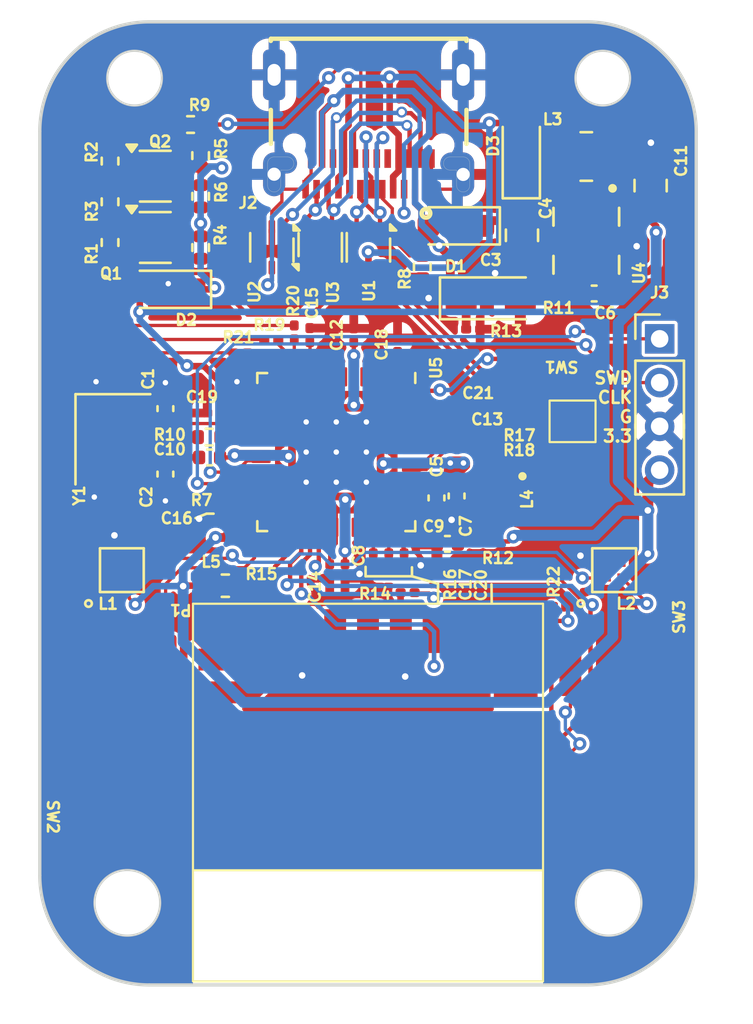
<source format=kicad_pcb>
(kicad_pcb (version 20241229) (generator "pcbnew") (generator_version "9.0")
  (layers (0 "F.Cu" signal) (2 "B.Cu" signal) (13 "F.Paste" user) (15 "B.Paste" user) (5 "F.SilkS" user "F.Silkscreen") (7 "B.SilkS" user "B.Silkscreen") (1 "F.Mask" user) (3 "B.Mask" user) (25 "Edge.Cuts" user))
  (net 0 "")
  (net 1 "GND")
  (net 2 "Net-(C2-Pad1)")
  (net 3 "Net-(U4-EN)")
  (net 4 "/VREG_AVDD")
  (net 5 "SWCLK")
  (net 6 "SWD")
  (net 7 "+1V1")
  (net 8 "Net-(L1-DOUT)")
  (net 9 "VBUS_SYS")
  (net 10 "unconnected-(L2-DOUT-Pad3)")
  (net 11 "Net-(U4-L2)")
  (net 12 "D+")
  (net 13 "D-")
  (net 14 "Net-(U4-L1)")
  (net 15 "/VREG_LX")
  (net 16 "VDDBAT")
  (net 17 "WL_GP2")
  (net 18 "WL_ON")
  (net 19 "WL_D")
  (net 20 "N_LATCH_3.3")
  (net 21 "N_LATCH")
  (net 22 "Net-(P1B-IRQ)")
  (net 23 "N_CLOCK_3.3")
  (net 24 "N_DATA_3.3")
  (net 25 "N_DATA")
  (net 26 "N_CLOCK")
  (net 28 "WL_CLK")
  (net 29 "WL_CS")
  (net 30 "WL_GP0")
  (net 31 "USB_BOOT")
  (net 32 "WL_GP1")
  (net 33 "RGB_OUT")
  (net 34 "XTAL_OUT")
  (net 35 "SHARED_PU")
  (net 38 "Net-(P1A-DO)")
  (net 39 "Net-(L1-DIN)")
  (net 40 "XTAL_IN")
  (net 41 "BTN_1")
  (net 42 "BTN_2")
  (net 43 "DI+")
  (net 44 "DI-")
  (net 45 "Net-(U5-GPIO8)")
  (net 47 "+3V3_PRE")
  (net 51 "CC1")
  (net 52 "CC2")
  (net 59 "+3V3")
  (net 73 "N_LATCH_SAFE")
  (net 74 "N_CLOCK_SAFE")
  (net 75 "N_DATA_SAFE")
  (net 76 "SAFE_D+")
  (net 77 "SAFE_D-")
  (net 78 "VBUS")
  (net 83 "Net-(U5-GPIO9)")
  (net 84 "Net-(U5-GPIO10)")
  (net 87 "Net-(U5-GPIO29_ADC3)")
  (net 92 "Net-(U5-GPIO20)")
  (footprint "Capacitor_SMD:C_0201_0603Metric" (layer "F.Cu") (at 114.25 40.02 90)
    (property "Reference" "C12")
    (property "Value" "100n")
  )
  (footprint "hhl:RPI_RM2" (layer "F.Cu") (at 114.9 61.285 180)
    (property "Reference" "P1")
    (property "Value" "RPI-RM2")
  )
  (footprint "Capacitor_SMD:C_0201_0603Metric" (layer "F.Cu") (at 118.89 44.11)
    (property "Reference" "C13")
    (property "Value" "100n")
  )
  (footprint "Resistor_SMD:R_0201_0603Metric" (layer "F.Cu") (at 108.54 47.43 180)
    (property "Reference" "R7")
    (property "Value" "100R")
  )
  (footprint "Package_TO_SOT_SMD:SOT-666" (layer "F.Cu") (at 110.505001 36 -90)
    (property "Reference" "U3")
    (property "Value" "USBLC6-2P6")
  )
  (footprint "Resistor_SMD:R_0201_0603Metric" (layer "F.Cu") (at 119.705 39.74 180)
    (property "Reference" "R13")
    (property "Value" "51K")
  )
  (footprint "Resistor_SMD:R_0201_0603Metric" (layer "F.Cu") (at 110.03 49.88 180)
    (property "Reference" "R15")
    (property "Value" "100R")
  )
  (footprint "Capacitor_SMD:C_0402_1005Metric" (layer "F.Cu") (at 107.66 45.6 180)
    (property "Reference" "C10")
    (property "Value" "4.7u")
  )
  (footprint "Diode_SMD:D_SOD-323_HandSoldering" (layer "F.Cu") (at 118.9175 35.02 180)
    (property "Reference" "D1")
    (property "Value" "CUS08F30,H3F")
  )
  (footprint "Capacitor_SMD:C_0402_1005Metric" (layer "F.Cu") (at 118.03 47.45 -90)
    (property "Reference" "C5")
    (property "Value" "4.7u")
  )
  (footprint "Crystal:Crystal_SMD_3225-4Pin_3.2x2.5mm" (layer "F.Cu") (at 103.24 44.77 -90)
    (property "Reference" "Y1")
    (property "Value" "ABM8-272-T3")
  )
  (footprint "Resistor_SMD:R_0201_0603Metric" (layer "F.Cu") (at 120.35 44.57 180)
    (property "Reference" "R17")
    (property "Value" "27R")
  )
  (footprint "Resistor_SMD:R_0402_1005Metric" (layer "F.Cu") (at 107.249999 33.670001 -90)
    (property "Reference" "R6")
    (property "Value" "1k")
  )
  (footprint "Resistor_SMD:R_0402_1005Metric" (layer "F.Cu") (at 106.79 30.39)
    (property "Reference" "R9")
    (property "Value" "5.1k")
  )
  (footprint "Capacitor_SMD:C_0201_0603Metric" (layer "F.Cu") (at 107.87 43.57 180)
    (property "Reference" "C19")
    (property "Value" "100n")
  )
  (footprint "Capacitor_SMD:C_0201_0603Metric" (layer "F.Cu") (at 113.850001 50.8 -90)
    (property "Reference" "C8")
    (property "Value" "100n")
  )
  (footprint "Capacitor_SMD:C_0201_0603Metric" (layer "F.Cu") (at 116.25 40.46 90)
    (property "Reference" "C18")
    (property "Value" "100n")
  )
  (footprint "Resistor_SMD:R_0402_1005Metric" (layer "F.Cu") (at 103.11 33.92 90)
    (property "Reference" "R3")
    (property "Value" "1k")
  )
  (footprint "Capacitor_SMD:C_0201_0603Metric" (layer "F.Cu") (at 113.15 50.8 -90)
    (property "Reference" "C14")
    (property "Value" "100n")
  )
  (footprint "hhl:L_pol_2016" (layer "F.Cu") (at 120.66 47.36 -90)
    (property "Reference" "L4")
    (property "Value" "3.3u")
  )
  (footprint "Capacitor_Tantalum_SMD:CP_EIA-3216-18_Kemet-A" (layer "F.Cu") (at 120.509999 38.33)
    (property "Reference" "C3")
    (property "Value" "47uF")
  )
  (footprint "hhl:SK6805-EC-10" (layer "F.Cu") (at 103.65 50.75)
    (property "Reference" "L1")
    (property "Value" "SK6805-EC-10" (hide yes))
  )
  (footprint "Connector_PinHeader_2.00mm:PinHeader_1x04_P2.00mm_Vertical" (layer "F.Cu") (at 128.23 40.179999)
    (property "Reference" "J3")
    (property "Value" "Conn_01x04_Pin")
  )
  (footprint "Resistor_SMD:R_0402_1005Metric" (layer "F.Cu") (at 103.11 32.06 90)
    (property "Reference" "R2")
    (property "Value" "1k")
  )
  (footprint "Resistor_SMD:R_0402_1005Metric" (layer "F.Cu") (at 107.25 31.810001 90)
    (property "Reference" "R5")
    (property "Value" "1k")
  )
  (footprint "Capacitor_SMD:C_0805_2012Metric" (layer "F.Cu") (at 121.937499 35.449999 90)
    (property "Reference" "C4")
    (property "Value" "10uF")
  )
  (footprint "Resistor_SMD:R_0201_0603Metric" (layer "F.Cu") (at 120.35 45.27 180)
    (property "Reference" "R18")
    (property "Value" "27R")
  )
  (footprint "hhl:RP2350-QFN-60-1EP_7x7_P0.4mm_EP3.4x3.4mm_ThermalVias" (layer "F.Cu") (at 113.449999 45.355 -90)
    (property "Reference" "U5")
    (property "Value" "RP2350_60QFN")
  )
  (footprint "Resistor_SMD:R_0201_0603Metric" (layer "F.Cu") (at 123.627499 38)
    (property "Reference" "R11")
    (property "Value" "100R")
  )
  (footprint "Capacitor_SMD:C_0805_2012Metric" (layer "F.Cu") (at 127.817499 33.18 90)
    (property "Reference" "C11")
    (property "Value" "10uF")
  )
  (footprint "Capacitor_SMD:C_0201_0603Metric" (layer "F.Cu") (at 118.885 43.4)
    (property "Reference" "C21")
    (property "Value" "100n")
  )
  (footprint "Resistor_SMD:R_0402_1005Metric" (layer "F.Cu") (at 107.64 44.67 180)
    (property "Reference" "R10")
    (property "Value" "1k")
  )
  (footprint "Resistor_SMD:R_0201_0603Metric" (layer "F.Cu") (at 116.71 51.78)
    (property "Reference" "R14")
    (property "Value" "10k")
  )
  (footprint "Package_TO_SOT_SMD:SOT-363_SC-70-6" (layer "F.Cu") (at 105.18 35.55)
    (property "Reference" "Q1")
    (property "Value" "BSS138DW")
  )
  (footprint "Capacitor_SMD:C_0402_1005Metric" (layer "F.Cu") (at 118.53 49.55 180)
    (property "Reference" "C9")
    (property "Value" "4.7u")
  )
  (footprint "Resistor_SMD:R_0402_1005Metric" (layer "F.Cu") (at 117.38 36.9 90)
    (property "Reference" "R8")
    (property "Value" "5.1k")
  )
  (footprint "Diode_SMD:D_SOD-323_HandSoldering" (layer "F.Cu") (at 121.907499 31.750001 90)
    (property "Reference" "D3")
    (property "Value" "CUS08F30,H3F")
  )
  (footprint "Capacitor_SMD:C_0201_0603Metric" (layer "F.Cu") (at 115.85 50.3 -90)
    (property "Reference" "C17")
    (property "Value" "100n")
  )
  (footprint "Resistor_SMD:R_0201_0603Metric" (layer "F.Cu") (at 110.48 40.24 180)
    (property "Reference" "R19")
    (property "Value" "27R")
  )
  (footprint "Package_TO_SOT_SMD:SOT-363_SC-70-6" (layer "F.Cu") (at 105.18 32.75)
    (property "Reference" "Q2")
    (property "Value" "BSS138DW")
  )
  (footprint "Inductor_SMD:L_1008_2520Metric" (layer "F.Cu") (at 124.877499 31.85)
    (property "Reference" "L3")
    (property "Value" "1.3A 2.2uH ±20% 80mΩ")
  )
  (footprint "Capacitor_SMD:C_0201_0603Metric" (layer "F.Cu") (at 108.540001 48.15 180)
    (property "Reference" "C16")
    (property "Value" "100n")
  )
  (footprint "hhl:KSC-TE" (layer "F.Cu") (at 126.15 58 90)
    (property "Reference" "SW3")
    (property "Value" "SW_Push")
  )
  (footprint "hhl:KSC-TE" (layer "F.Cu") (at 103.65 58 -90)
    (property "Reference" "SW2")
    (property "Value" "SW_Push")
  )
  (footprint "dongle:GCT_USB4080-03-A_REVA1" (layer "F.Cu") (at 114.93 32.67 180)
    (property "Reference" "J2")
    (property "Value" "USB4080-03-A_REVA1" (hide yes))
    (fp_line (start 4.62 0.5) (end 4.62 -0.5) (stroke (width 0.01)) (layer "Edge.Cuts"))
    (fp_line (start 4.02 -0.5) (end 4.02 0.19) (stroke (width 0.01)) (layer "Edge.Cuts"))
    (fp_line (start 4 0.199999) (end 3.72 0.2) (stroke (width 0.01)) (layer "Edge.Cuts"))
    (fp_line (start 3.72 0.8) (end 4.32 0.8) (stroke (width 0.01)) (layer "Edge.Cuts"))
    (fp_line (start -3.72 0.8) (end -4.32 0.8) (stroke (width 0.01)) (layer "Edge.Cuts"))
    (fp_line (start -4 0.199999) (end -3.72 0.2) (stroke (width 0.01)) (layer "Edge.Cuts"))
    (fp_line (start -4.02 -0.5) (end -4.02 0.18) (stroke (width 0.01)) (layer "Edge.Cuts"))
    (fp_line (start -4.62 0.5) (end -4.62 -0.5) (stroke (width 0.01)) (layer "Edge.Cuts"))
    (fp_arc (start 4.62 0.5) (mid 4.532132 0.712132) (end 4.32 0.8) (stroke (width 0.01)) (layer "Edge.Cuts"))
    (fp_arc (start 4.32 -0.8) (mid 4.532132 -0.712132) (end 4.62 -0.5) (stroke (width 0.01)) (layer "Edge.Cuts"))
    (fp_arc (start 4.02 0.19) (mid 4.012071 0.199142) (end 4 0.199999) (stroke (width 0.01)) (layer "Edge.Cuts"))
    (fp_arc (start 4.02 -0.5) (mid 4.107868 -0.712132) (end 4.32 -0.8) (stroke (width 0.01)) (layer "Edge.Cuts"))
    (fp_arc (start 3.72 0.8) (mid 3.507868 0.712132) (end 3.42 0.5) (stroke (width 0.01)) (layer "Edge.Cuts"))
    (fp_arc (start 3.42 0.5) (mid 3.507868 0.287868) (end 3.72 0.2) (stroke (width 0.01)) (layer "Edge.Cuts"))
    (fp_arc (start -3.42 0.5) (mid -3.507868 0.712132) (end -3.72 0.8) (stroke (width 0.01)) (layer "Edge.Cuts"))
    (fp_arc (start -3.72 0.2) (mid -3.507868 0.287868) (end -3.42 0.5) (stroke (width 0.01)) (layer "Edge.Cuts"))
    (fp_arc (start -4 0.199999) (mid -4.014142 0.194142) (end -4.02 0.18) (stroke (width 0.01)) (layer "Edge.Cuts"))
    (fp_arc (start -4.32 0.8) (mid -4.532132 0.712132) (end -4.62 0.5) (stroke (width 0.01)) (layer "Edge.Cuts"))
    (fp_arc (start -4.32 -0.8) (mid -4.107868 -0.712132) (end -4.02 -0.5) (stroke (width 0.01)) (layer "Edge.Cuts"))
    (fp_arc (start -4.62 -0.5) (mid -4.532132 -0.712132) (end -4.32 -0.8) (stroke (width 0.01)) (layer "Edge.Cuts"))
  )
  (footprint "Inductor_SMD:L_0603_1608Metric" (layer "F.Cu") (at 108.38 51.46)
    (property "Reference" "L5")
    (property "Value" "BLM18AG601SN1D")
  )
  (footprint "Resistor_SMD:R_0201_0603Metric" (layer "F.Cu") (at 109.07 40.82 180)
    (property "Reference" "R21")
    (property "Value" "27R")
  )
  (footprint "Resistor_SMD:R_0402_1005Metric" (layer "F.Cu") (at 103.11 35.78 -90)
    (property "Reference" "R1")
    (property "Value" "1k")
  )
  (footprint "Capacitor_SMD:C_0402_1005Metric" (layer "F.Cu") (at 118.95 47.36 -90)
    (property "Reference" "C7")
    (property "Value" "4.7u")
  )
  (footprint "Resistor_SMD:R_0402_1005Metric" (layer "F.Cu") (at 107.249999 36.01 -90)
    (property "Reference" "R4")
    (property "Value" "1k")
  )
  (footprint "Capacitor_SMD:C_0201_0603Metric" (layer "F.Cu") (at 112.24 40.01 90)
    (property "Reference" "C15")
    (property "Value" "100n")
  )
  (footprint "Capacitor_SMD:C_0402_1005Metric" (layer "F.Cu") (at 105.64 43.370001 90)
    (property "Reference" "C1")
    (property "Value" "15pF" (hide yes))
  )
  (footprint "Resistor_SMD:R_0201_0603Metric" (layer "F.Cu") (at 111.53 39.89 90)
    (property "Reference" "R20")
    (property "Value" "27R")
  )
  (footprint "Capacitor_SMD:C_0402_1005Metric" (layer "F.Cu") (at 125.237499 38.11 180)
    (property "Reference" "C6")
    (property "Value" "100nF")
  )
  (footprint "hhl:1TS026A-1000-0550" (layer "F.Cu") (at 124.25 43.95 180)
    (property "Reference" "SW1")
    (property "Value" "1TS026A-1000-0550")
  )
  (footprint "hhl:SK6805-EC-10" (layer "F.Cu") (at 126.15 50.75)
    (property "Reference" "L2")
    (property "Value" "SK6805-EC-10" (hide yes))
  )
  (footprint "Package_TO_SOT_SMD:SOT-666" (layer "F.Cu") (at 114.92 36 -90)
    (property "Reference" "U1")
    (property "Value" "USBLC6-2P6" (hide yes))
  )
  (footprint "Diode_SMD:D_SOD-323_HandSoldering" (layer "F.Cu") (at 105.72 37.92 180)
    (property "Reference" "D2")
    (property "Value" "CUS08F30,H3F")
  )
  (footprint "Capacitor_SMD:C_0201_0603Metric" (layer "F.Cu") (at 116.55 50.300001 -90)
    (property "Reference" "C20")
    (property "Value" "100n")
  )
  (footprint "Resistor_SMD:R_0201_0603Metric" (layer "F.Cu") (at 120.16 49.44 180)
    (property "Reference" "R12")
    (property "Value" "33")
  )
  (footprint "Package_TO_SOT_SMD:SOT-666" (layer "F.Cu") (at 112.7175 36 90)
    (property "Reference" "U2")
    (property "Value" "USBLC6-2P6" (hide yes))
  )
  (footprint "Resistor_SMD:R_0201_0603Metric" (layer "F.Cu") (at 115.14 50.3 -90)
    (property "Reference" "R16")
    (property "Value" "100R")
  )
  (footprint "hhl:VREG_V62_16624-01YE" (layer "F.Cu") (at 124.877499 35.7 -90)
    (property "Reference" "U4")
    (property "Value" "TPS630001RCR" (hide yes))
  )
  (footprint "Resistor_SMD:R_0201_0603Metric" (layer "F.Cu") (at 123.38 52.75 90)
    (property "Reference" "R22")
    (property "Value" "470R")
  )
  (footprint "Capacitor_SMD:C_0402_1005Metric" (layer "F.Cu") (at 105.64 46.36 -90)
    (property "Reference" "C2")
    (property "Value" "15pF")
  )
  (gr_line (start 118.100189 52.13) (end 118.100189 52.27) (stroke (width 0.12)) (layer "F.SilkS"))
  (gr_line (start 107.02 48.37) (end 107.52 48.17) (stroke (width 0.12)) (layer "F.SilkS"))
  (gr_line (start 116.91 51.03) (end 116.91 50.62) (stroke (width 0.12)) (layer "F.SilkS"))
  (gr_line (start 116.91 51.03) (end 118.100189 51.369569) (stroke (width 0.12)) (layer "F.SilkS"))
  (gr_line (start 120.545 51.4) (end 120.555 52.27) (stroke (width 0.12)) (layer "F.SilkS"))
  (gr_line (start 114.79 50.6) (end 114.79 51.03) (stroke (width 0.12)) (layer "F.SilkS"))
  (gr_line (start 114.79 51.03) (end 116.91 51.03) (stroke (width 0.12)) (layer "F.SilkS"))
  (gr_line (start 107.52 48.17) (end 107.84 48.17) (stroke (width 0.12)) (layer "F.SilkS"))
  (gr_line (start 118.100189 51.369569) (end 118.100189 52.13) (stroke (width 0.12)) (layer "F.SilkS"))
  (gr_circle (center 125.63 28.27) (end 126.88 28.27) (stroke (width 0.1)) (fill no) (layer "Edge.Cuts"))
  (gr_arc (start 129.9 64.7) (mid 128.435534 68.235534) (end 124.9 69.7) (stroke (width 0.15)) (layer "Edge.Cuts"))
  (gr_arc (start 104.9 69.7) (mid 101.364466 68.235534) (end 99.9 64.7) (stroke (width 0.15)) (layer "Edge.Cuts"))
  (gr_line (start 99.9 64.7) (end 99.9 30.7) (stroke (width 0.15)) (layer "Edge.Cuts"))
  (gr_line (start 129.9 30.7) (end 129.9 64.7) (stroke (width 0.15)) (layer "Edge.Cuts"))
  (gr_arc (start 99.9 30.7) (mid 101.364466 27.164466) (end 104.9 25.7) (stroke (width 0.15)) (layer "Edge.Cuts"))
  (gr_circle (center 103.9 65.95) (end 105.4 65.95) (stroke (width 0.1)) (fill no) (layer "Edge.Cuts"))
  (gr_circle (center 125.9 65.95) (end 127.4 65.95) (stroke (width 0.1)) (fill no) (layer "Edge.Cuts"))
  (gr_circle (center 104.23 28.27) (end 105.48 28.27) (stroke (width 0.1)) (fill no) (layer "Edge.Cuts"))
  (gr_arc (start 124.9 25.7) (mid 128.435534 27.164466) (end 129.9 30.7) (stroke (width 0.15)) (layer "Edge.Cuts"))
  (gr_line (start 124.9 69.7) (end 104.9 69.7) (stroke (width 0.15)) (layer "Edge.Cuts"))
  (gr_line (start 104.9 25.7) (end 124.9 25.7) (stroke (width 0.15)) (layer "Edge.Cuts"))
  (gr_text "SWD\nCLK\nG\n3.3" (at 127.04 44.95 0) (layer "F.SilkS") (effects (font (size 0.55 0.55) (thickness 0.12) (bold yes)) (justify right bottom)))
  (segment (start 125.377499 37.1) (end 125.377499 36.2) (width 0.2) (layer "F.Cu") (net 1))
  (segment (start 127.817499 31.232501) (end 127.83 31.22) (width 0.4) (layer "F.Cu") (net 1))
  (segment (start 121.937499 36.399998) (end 121.937499 37.22) (width 0.4) (layer "F.Cu") (net 1))
  (segment (start 114.9 53.534999) (end 114.9 55.66) (width 0.5) (layer "F.Cu") (net 1))
  (segment (start 112.3 32.67) (end 112.3 31.945) (width 0.15) (layer "F.Cu") (net 1))
  (segment (start 118.16 48.56) (end 118.61 48.56) (width 0.3) (layer "F.Cu") (net 1))
  (segment (start 112.05 33.345001) (end 112.05 32.92) (width 0.15) (layer "F.Cu") (net 1))
  (segment (start 117.219999 50.620001) (end 117.31 50.53) (width 0.2) (layer "F.Cu") (net 1))
  (segment (start 121.65 59.335) (end 119.435 59.335) (width 0.5) (layer "F.Cu") (net 1))
  (segment (start 110.974404 33.345001) (end 110.962208 33.357197) (width 0.15) (layer "F.Cu") (net 1))
  (segment (start 117.55 32.88) (end 117.8 32.63) (width 0.15) (layer "F.Cu") (net 1))
  (segment (start 118.05 49.55) (end 118.05 50.1) (width 0.2) (layer "F.Cu") (net 1))
  (segment (start 117.38 37.409999) (end 117.38 38.03) (width 0.15) (layer "F.Cu") (net 1))
  (segment (start 120.75 37.22) (end 120.71 37.18) (width 0.4) (layer "F.Cu") (net 1))
  (segment (start 118.03 48.43) (end 118.16 48.56) (width 0.3) (layer "F.Cu") (net 1))
  (segment (start 127.817499 32.230001) (end 127.817499 31.232501) (width 0.4) (layer "F.Cu") (net 1))
  (segment (start 117.8 32.63) (end 117.8 31.945) (width 0.15) (layer "F.Cu") (net 1))
  (segment (start 117.38 38.03) (end 117.67 38.32) (width 0.15) (layer "F.Cu") (net 1))
  (segment (start 110.964394 33.905606) (end 110.964394 33.365026) (width 0.15) (layer "F.Cu") (net 1))
  (segment (start 116.55 50.620001) (end 117.219999 50.620001) (width 0.2) (layer "F.Cu") (net 1))
  (segment (start 118.05 50.1) (end 117.62 50.53) (width 0.2) (layer "F.Cu") (net 1))
  (segment (start 125.377499 37.1) (end 125.377499 37.77) (width 0.2) (layer "F.Cu") (net 1))
  (segment (start 103.315 50.415) (end 103.315 49.165) (width 0.15) (layer "F.Cu") (net 1))
  (segment (start 110.71 34.16) (end 110.964394 33.905606) (width 0.15) (layer "F.Cu") (net 1))
  (segment (start 114.77 35.58) (end 114.54 35.81) (width 0.15) (layer "F.Cu") (net 1))
  (segment (start 125.88 35.95) (end 127.18 35.95) (width 0.2) (layer "F.Cu") (net 1))
  (segment (start 114.9 51.76) (end 114.87 51.73) (width 0.5) (layer "F.Cu") (net 1))
  (segment (start 119.545 63.835) (end 119.42 63.71) (width 0.5) (layer "F.Cu") (net 1))
  (segment (start 124.877499 35.7) (end 125.63 35.7) (width 0.2) (layer "F.Cu") (net 1))
  (segment (start 112.05 32.92) (end 112.3 32.67) (width 0.15) (layer "F.Cu") (net 1))
  (segment (start 117.62 50.53) (end 117.31 50.53) (width 0.2) (layer "F.Cu") (net 1))
  (segment (start 119.435 59.335) (end 119.43 59.34) (width 0.5) (layer "F.Cu") (net 1))
  (segment (start 121.65 63.835) (end 119.545 63.835) (width 0.5) (layer "F.Cu") (net 1))
  (segment (start 118.03 47.84) (end 118.03 48.43) (width 0.3) (layer "F.Cu") (net 1))
  (segment (start 114.9 55.66) (end 114.96 55.72) (width 0.5) (layer "F.Cu") (net 1))
  (segment (start 118.95 47.84) (end 118.95 48.25) (width 0.3) (layer "F.Cu") (net 1))
  (segment (start 121.937499 37.22) (end 120.75 37.22) (width 0.4) (layer "F.Cu") (net 1))
  (segment (start 118.61 48.56) (end 118.72 48.45) (width 0.3) (layer "F.Cu") (net 1))
  (segment (start 118.855 33.345) (end 118.88 33.32) (width 0.15) (layer "F.Cu") (net 1))
  (segment (start 115.85 50.62) (end 116.55 50.620001) (width 0.2) (layer "F.Cu") (net 1))
  (segment (start 117.55 33.345) (end 118.855 33.345) (width 0.15) (layer "F.Cu") (net 1))
  (segment (start 114.289791 51.12) (end 113.850001 51.12) (width 0.2) (layer "F.Cu") (net 1))
  (segment (start 117.55 33.345) (end 117.55 32.88) (width 0.15) (layer "F.Cu") (net 1))
  (segment (start 114.92 35.43) (end 114.77 35.58) (width 0.15) (layer "F.Cu") (net 1))
  (segment (start 118.95 48.25) (end 118.72 48.48) (width 0.3) (layer "F.Cu") (net 1))
  (segment (start 125.63 35.7) (end 125.8 35.87) (width 0.2) (layer "F.Cu") (net 1))
  (segment (start 125.377499 36.2) (end 124.877499 35.7) (width 0.2) (layer "F.Cu") (net 1))
  (segment (start 110.505001 34.364999) (end 110.71 34.16) (width 0.15) (layer "F.Cu") (net 1))
  (segment (start 103.315 49.165) (end 103.31 49.16) (width 0.15) (layer "F.Cu") (net 1))
  (segment (start 114.48979 50.920001) (end 114.289791 51.12) (width 0.2) (layer "F.Cu") (net 1))
  (segment (start 124.877499 34.300001) (end 124.877499 35.7) (width 0.2) (layer "F.Cu") (net 1))
  (segment (start 114.92 35.075) (end 114.92 35.43) (width 0.15) (layer "F.Cu") (net 1))
  (segment (start 112.05 33.345001) (end 110.974404 33.345001) (width 0.15) (layer "F.Cu") (net 1))
  (segment (start 114.515286 50.920001) (end 114.48979 50.920001) (width 0.2) (layer "F.Cu") (net 1))
  (segment (start 108.220001 48.15) (end 107.43 48.15) (width 0.2) (layer "F.Cu") (net 1))
  (segment (start 114.9 53.534999) (end 114.9 51.76) (width 0.5) (layer "F.Cu") (net 1))
  (segment (start 113.15 51.12) (end 113.850001 51.12) (width 0.2) (layer "F.Cu") (net 1))
  (segment (start 121.937499 38.255) (end 121.862499 38.33) (width 0.4) (layer "F.Cu") (net 1))
  (segment (start 121.937499 37.22) (end 121.937499 38.255) (width 0.4) (layer "F.Cu") (net 1))
  (segment (start 106.53 45.6) (end 106.33 45.8) (width 0.3) (layer "F.Cu") (net 1))
  (segment (start 125.8 35.87) (end 125.88 35.95) (width 0.2) (layer "F.Cu") (net 1))
  (segment (start 110.505001 35.075) (end 110.505001 34.364999) (width 0.15) (layer "F.Cu") (net 1))
  (segment (start 107.18 45.6) (end 106.53 45.6) (width 0.3) (layer "F.Cu") (net 1))
  (segment (start 125.377499 37.77) (end 125.717499 38.11) (width 0.2) (layer "F.Cu") (net 1))
  (segment (start 107.43 48.15) (end 107.18 48.4) (width 0.2) (layer "F.Cu") (net 1))
  (segment (start 114.54 35.81) (end 114.25 35.81) (width 0.15) (layer "F.Cu") (net 1))
  (via (at 127.83 31.22) (size 0.6) (drill 0.3) (layers "F.Cu" "B.Cu") (net 1))
  (via (at 117.67 38.32) (size 0.6) (drill 0.3) (layers "F.Cu" "B.Cu") (net 1))
  (via (at 107.18 48.4) (size 0.6) (drill 0.3) (layers "F.Cu" "B.Cu") (net 1))
  (via (at 108.91 42.14) (size 0.6) (drill 0.25) (layers "F.Cu" "B.Cu") (net 1))
  (via (at 114.515286 50.920001) (size 0.6) (drill 0.3) (layers "F.Cu" "B.Cu") (net 1))
  (via (at 120.71 37.18) (size 0.6) (drill 0.3) (layers "F.Cu" "B.Cu") (net 1))
  (via (at 117.31 50.53) (size 0.6) (drill 0.3) (layers "F.Cu" "B.Cu") (net 1))
  (via (at 102.47 42.14) (size 0.6) (drill 0.25) (layers "F.Cu" "B.Cu") (net 1))
  (via (at 102.39 47.41) (size 0.6) (drill 0.25) (layers "F.Cu" "B.Cu") (net 1))
  (via (at 124.61 50.09) (size 0.6) (drill 0.3) (layers "F.Cu" "B.Cu") (net 1))
  (via (at 116.6 55.61) (size 0.6) (drill 0.3) (layers "F.Cu" "B.Cu") (net 1))
  (via (at 105.77 37.66) (size 0.6) (drill 0.25) (layers "F.Cu" "B.Cu") (net 1))
  (via (at 105.64 42.184673) (size 0.6) (drill 0.25) (layers "F.Cu" "B.Cu") (net 1))
  (via (at 103.31 49.16) (size 0.6) (drill 0.3) (layers "F.Cu" "B.Cu") (net 1))
  (via (at 111.89 55.56) (size 0.6) (drill 0.3) (layers "F.Cu" "B.Cu") (net 1))
  (via (at 118.72 48.45) (size 0.6) (drill 0.3) (layers "F.Cu" "B.Cu") (net 1))
  (via (at 105.64 47.584672) (size 0.6) (drill 0.25) (layers "F.Cu" "B.Cu") (net 1))
  (via (at 127.18 35.95) (size 0.6) (drill 0.3) (layers "F.Cu" "B.Cu") (net 1))
  (segment (start 118.1 48.48) (end 118.09 48.49) (width 0.3) (layer "B.Cu") (net 1))
  (segment (start 118.72 48.48) (end 118.1 48.48) (width 0.3) (layer "B.Cu") (net 1))
  (segment (start 104.1 45.88) (end 104.09 45.87) (width 0.15) (layer "F.Cu") (net 2))
  (segment (start 107.130001 44.67) (end 106.85 44.67) (width 0.15) (layer "F.Cu") (net 2))
  (segment (start 105.64 45.88) (end 104.1 45.88) (width 0.15) (layer "F.Cu") (net 2))
  (segment (start 106.85 44.67) (end 105.64 45.880001) (width 0.15) (layer "F.Cu") (net 2))
  (segment (start 123.877499 37.93) (end 123.947499 38) (width 0.2) (layer "F.Cu") (net 3))
  (segment (start 124.647499 38) (end 124.757499 38.11) (width 0.2) (layer "F.Cu") (net 3))
  (segment (start 123.877499 37.1) (end 123.877499 37.93) (width 0.2) (layer "F.Cu") (net 3))
  (segment (start 124.877499 37.099999) (end 123.877499 37.1) (width 0.2) (layer "F.Cu") (net 3))
  (segment (start 123.947499 38) (end 124.647499 38) (width 0.2) (layer "F.Cu") (net 3))
  (segment (start 117.564 48.354) (end 117.365 48.155001) (width 0.15) (layer "F.Cu") (net 4))
  (segment (start 119.01 49.55) (end 119.01 49.39) (width 0.15) (layer "F.Cu") (net 4))
  (segment (start 117.876123 48.99) (end 117.564 48.677877) (width 0.15) (layer "F.Cu") (net 4))
  (segment (start 117.365 48.155001) (end 116.887501 48.155) (width 0.15) (layer "F.Cu") (net 4))
  (segment (start 117.564 48.677877) (end 117.564 48.354) (width 0.15) (layer "F.Cu") (net 4))
  (segment (start 119.84 49.44) (end 119.12 49.44) (width 0.15) (layer "F.Cu") (net 4))
  (segment (start 119.01 49.39) (end 118.61 48.99) (width 0.15) (layer "F.Cu") (net 4))
  (segment (start 119.12 49.44) (end 119.01 49.55) (width 0.15) (layer "F.Cu") (net 4))
  (segment (start 118.61 48.99) (end 117.876123 48.99) (width 0.15) (layer "F.Cu") (net 4))
  (segment (start 124.86 40.57) (end 126.47 42.18) (width 0.15) (layer "F.Cu") (net 5))
  (segment (start 124.86 40.45) (end 124.86 40.57) (width 0.15) (layer "F.Cu") (net 5))
  (segment (start 109.371769 45.755) (end 108.855093 46.271676) (width 0.15) (layer "F.Cu") (net 5))
  (segment (start 110.012499 45.755) (end 109.371769 45.755) (width 0.15) (layer "F.Cu") (net 5))
  (segment (start 108.855093 46.271676) (end 107.688839 46.271676) (width 0.15) (layer "F.Cu") (net 5))
  (segment (start 126.47 42.18) (end 128.23 42.18) (width 0.15) (layer "F.Cu") (net 5))
  (via (at 107.688839 46.271676) (size 0.6) (drill 0.3) (layers "F.Cu" "B.Cu") (net 5))
  (via (at 124.86 40.45) (size 0.6) (drill 0.3) (layers "F.Cu" "B.Cu") (net 5))
  (segment (start 107.688839 46.271676) (end 107.688839 41.501161) (width 0.15) (layer "B.Cu") (net 5))
  (segment (start 107.688839 41.501161) (end 108.776 40.414) (width 0.15) (layer "B.Cu") (net 5))
  (segment (start 128.08 42.18) (end 128.23 42.18) (width 0.15) (layer "B.Cu") (net 5))
  (segment (start 124.824 40.414) (end 124.86 40.45) (width 0.15) (layer "B.Cu") (net 5))
  (segment (start 124.436 40.414) (end 124.824 40.414) (width 0.15) (layer "B.Cu") (net 5))
  (segment (start 108.776 40.414) (end 124.436 40.414) (width 0.15) (layer "B.Cu") (net 5))
  (segment (start 128.23 40.179999) (end 125.399999 40.179999) (width 0.15) (layer "F.Cu") (net 6))
  (segment (start 109.415 46.155) (end 109.14 46.43) (width 0.15) (layer "F.Cu") (net 6))
  (segment (start 108.772324 46.797676) (end 107.117676 46.797676) (width 0.15) (layer "F.Cu") (net 6))
  (segment (start 107.117676 46.797676) (end 107.1 46.78) (width 0.15) (layer "F.Cu") (net 6))
  (segment (start 125.06 39.84) (end 124.37 39.84) (width 0.15) (layer "F.Cu") (net 6))
  (segment (start 109.14 46.43) (end 108.772324 46.797676) (width 0.15) (layer "F.Cu") (net 6))
  (segment (start 125.399999 40.179999) (end 125.06 39.84) (width 0.15) (layer "F.Cu") (net 6))
  (segment (start 110.012499 46.155) (end 109.415 46.155) (width 0.15) (layer "F.Cu") (net 6))
  (via (at 124.37 39.84) (size 0.6) (drill 0.3) (layers "F.Cu" "B.Cu") (net 6))
  (via (at 107.1 46.78) (size 0.6) (drill 0.3) (layers "F.Cu" "B.Cu") (net 6))
  (segment (start 108.65 40.08) (end 107.1 41.63) (width 0.15) (layer "B.Cu") (net 6))
  (segment (start 128.23 40.179999) (end 128.130001 40.08) (width 0.15) (layer "B.Cu") (net 6))
  (segment (start 107.1 41.63) (end 107.1 46.78) (width 0.15) (layer "B.Cu") (net 6))
  (segment (start 124.37 39.84) (end 124.13 40.08) (width 0.15) (layer "B.Cu") (net 6))
  (segment (start 124.13 40.08) (end 108.65 40.08) (width 0.15) (layer "B.Cu") (net 6))
  (segment (start 118.480001 46.45) (end 118.62 46.310001) (width 0.15) (layer "F.Cu") (net 7))
  (segment (start 108.712182 45.6) (end 108.80609 45.506091) (width 0.2) (layer "F.Cu") (net 7))
  (segment (start 114.25 41.9175) (end 114.25 40.94) (width 0.2) (layer "F.Cu") (net 7))
  (segment (start 117.47 46.45) (end 118.480001 46.45) (width 0.15) (layer "F.Cu") (net 7))
  (segment (start 108.957182 45.355) (end 108.80609 45.506091) (width 0.2) (layer "F.Cu") (net 7))
  (segment (start 117.364999 46.555001) (end 117.47 46.45) (width 0.15) (layer "F.Cu") (net 7))
  (segment (start 110.012499 45.355) (end 108.957182 45.355) (width 0.2) (layer "F.Cu") (net 7))
  (segment (start 108.14 45.6) (end 108.712182 45.6) (width 0.2) (layer "F.Cu") (net 7))
  (segment (start 113.85 50.48) (end 113.85 49.87) (width 0.2) (layer "F.Cu") (net 7))
  (segment (start 113.850001 48.7925) (end 113.85 49.87) (width 0.2) (layer "F.Cu") (net 7))
  (segment (start 114.25 40.34) (end 114.25 40.94) (width 0.2) (layer "F.Cu") (net 7))
  (segment (start 116.8875 46.555001) (end 117.364999 46.555001) (width 0.15) (layer "F.Cu") (net 7))
  (via (at 115.6 45.880208) (size 0.6) (drill 0.3) (layers "F.Cu" "B.Cu") (net 7))
  (via (at 111.270001 45.55) (size 0.6) (drill 0.3) (layers "F.Cu" "B.Cu") (net 7))
  (via (at 108.80609 45.506091) (size 0.65) (drill 0.3) (layers "F.Cu" "B.Cu") (net 7))
  (via (at 114.25 40.94) (size 0.6) (drill 0.3) (layers "F.Cu" "B.Cu") (net 7))
  (via (at 118.662441 45.855023) (size 0.6) (drill 0.25) (layers "F.Cu" "B.Cu") (net 7))
  (via (at 114.25 43.205) (size 0.6) (drill 0.3) (layers "F.Cu" "B.Cu") (net 7))
  (via (at 113.85 49.87) (size 0.6) (drill 0.3) (layers "F.Cu" "B.Cu") (net 7))
  (via (at 119.262441 45.855023) (size 0.6) (drill 0.25) (layers "F.Cu" "B.Cu") (net 7))
  (via (at 113.86 47.52) (size 0.6) (drill 0.3) (layers "F.Cu" "B.Cu") (net 7))
  (segment (start 113.85 49.87) (end 113.85 47.53) (width 0.5) (layer "B.Cu") (net 7))
  (segment (start 111.246091 45.506091) (end 111.29 45.55) (width 0.5) (layer "B.Cu") (net 7))
  (segment (start 108.80609 45.506091) (end 111.246091 45.506091) (width 0.5) (layer "B.Cu") (net 7))
  (segment (start 119.248771 45.841353) (end 119.262441 45.855023) (width 0.5) (layer "B.Cu") (net 7))
  (segment (start 114.25 40.94) (end 114.25 43.205) (width 0.5) (layer "B.Cu") (net 7))
  (segment (start 115.6 45.880208) (end 115.625185 45.855023) (width 0.5) (layer "B.Cu") (net 7))
  (segment (start 115.625185 45.855023) (end 119.262441 45.855023) (width 0.5) (layer "B.Cu") (net 7))
  (segment (start 113.85 47.53) (end 113.86 47.52) (width 0.5) (layer "B.Cu") (net 7))
  (segment (start 108.56 50.21) (end 104.62 50.21) (width 0.15) (layer "F.Cu") (net 8))
  (segment (start 104.415 50.415) (end 103.985 50.415) (width 0.15) (layer "F.Cu") (net 8))
  (segment (start 104.62 50.21) (end 104.415 50.415) (width 0.15) (layer "F.Cu") (net 8))
  (segment (start 124.7 51.11) (end 125.79 51.11) (width 0.15) (layer "F.Cu") (net 8))
  (segment (start 125.79 51.11) (end 125.815 51.085) (width 0.15) (layer "F.Cu") (net 8))
  (segment (start 108.7 50.07) (end 108.56 50.21) (width 0.15) (layer "F.Cu") (net 8))
  (via (at 124.7 51.11) (size 0.6) (drill 0.3) (layers "F.Cu" "B.Cu") (net 8))
  (via (at 108.7 50.07) (size 0.6) (drill 0.3) (layers "F.Cu" "B.Cu") (net 8))
  (segment (start 123.53 49.94) (end 114.725914 49.94) (width 0.15) (layer "B.Cu") (net 8))
  (segment (start 114.185914 50.48) (end 113.18 50.48) (width 0.15) (layer "B.Cu") (net 8))
  (segment (start 112.71 50.01) (end 111.74 50.01) (width 0.15) (layer "B.Cu") (net 8))
  (segment (start 111.74 50.01) (end 111.36 50.39) (width 0.15) (layer "B.Cu") (net 8))
  (segment (start 113.18 50.48) (end 112.71 50.01) (width 0.15) (layer "B.Cu") (net 8))
  (segment (start 111.36 50.39) (end 109.02 50.39) (width 0.15) (layer "B.Cu") (net 8))
  (segment (start 114.725914 49.94) (end 114.185914 50.48) (width 0.15) (layer "B.Cu") (net 8))
  (segment (start 109.02 50.39) (end 108.7 50.07) (width 0.15) (layer "B.Cu") (net 8))
  (segment (start 124.7 51.11) (end 123.53 49.94) (width 0.15) (layer "B.Cu") (net 8))
  (segment (start 123.793132 34.201169) (end 123.794449 34.199852) (width 0.4) (layer "F.Cu") (net 9))
  (segment (start 119.94 35.09) (end 120.25 34.78) (width 0.4) (layer "F.Cu") (net 9))
  (segment (start 121.907499 33.032501) (end 121.907499 33) (width 0.4) (layer "F.Cu") (net 9))
  (segment (start 121.907499 34.47) (end 121.937499 34.5) (width 0.4) (layer "F.Cu") (net 9))
  (segment (start 120.25 34.78) (end 121.657499 34.78) (width 0.4) (layer "F.Cu") (net 9))
  (segment (start 122.92 37.612501) (end 122.92 35.93) (width 0.15) (layer "F.Cu") (net 9))
  (segment (start 121.68 33.26) (end 121.907499 33.032501) (width 0.4) (layer "F.Cu") (net 9))
  (segment (start 122.588609 35.598609) (end 122.588609 34.672865) (width 0.15) (layer "F.Cu") (net 9))
  (segment (start 123.307499 38) (end 122.92 37.612501) (width 0.15) (layer "F.Cu") (net 9))
  (segment (start 121.657499 34.78) (end 121.937499 34.5) (width 0.4) (layer "F.Cu") (net 9))
  (segment (start 122.92 35.93) (end 122.588609 35.598609) (width 0.15) (layer "F.Cu") (net 9))
  (segment (start 121.937499 34.5) (end 122.23633 34.201169) (width 0.4) (layer "F.Cu") (net 9))
  (segment (start 121.907499 33) (end 121.907499 34.47) (width 0.4) (layer "F.Cu") (net 9))
  (segment (start 122.23633 34.201169) (end 123.793132 34.201169) (width 0.4) (layer "F.Cu") (net 9))
  (segment (start 126.49 50.41) (end 126.485 50.415) (width 0.15) (layer "F.Cu") (net 10))
  (segment (start 125.377499 34.3) (end 125.377499 32.73631) (width 0.2) (layer "F.Cu") (net 11))
  (segment (start 125.377499 32.73631) (end 125.592369 32.52144) (width 0.2) (layer "F.Cu") (net 11))
  (segment (start 114.800001 30.969999) (end 114.81 30.96) (width 0.2) (layer "F.Cu") (net 12))
  (segment (start 114.800001 31.945) (end 114.800001 30.969999) (width 0.2) (layer "F.Cu") (net 12))
  (segment (start 114.38 34.39) (end 114.38 35.1475) (width 0.2) (layer "F.Cu") (net 12))
  (segment (start 114.38 35.1475) (end 114.3825 35.15) (width 0.2) (layer "F.Cu") (net 12))
  (segment (start 115.05 33.345) (end 115.05 32.8) (width 0.2) (layer "F.Cu") (net 12))
  (segment (start 114.800001 32.550001) (end 114.800001 31.945) (width 0.2) (layer "F.Cu") (net 12))
  (segment (start 115.05 32.8) (end 114.800001 32.550001) (width 0.2) (layer "F.Cu") (net 12))
  (via (at 114.38 34.39) (size 0.6) (drill 0.3) (layers "F.Cu" "B.Cu") (net 12))
  (via (at 114.81 30.96) (size 0.6) (drill 0.3) (layers "F.Cu" "B.Cu") (net 12))
  (segment (start 114.38 34.39) (end 114.38 34.5) (width 0.2) (layer "B.Cu") (net 12))
  (segment (start 114.81 33.96) (end 114.38 34.39) (width 0.2) (layer "B.Cu") (net 12))
  (segment (start 114.81 30.96) (end 114.81 33.96) (width 0.2) (layer "B.Cu") (net 12))
  (segment (start 115.3 31.27) (end 115.3 31.945) (width 0.2) (layer "F.Cu") (net 13))
  (segment (start 115.45 34.41) (end 115.45 35.1425) (width 0.2) (layer "F.Cu") (net 13))
  (segment (start 115.58 30.99) (end 115.3 31.27) (width 0.2) (layer "F.Cu") (net 13))
  (segment (start 115.45 35.1425) (end 115.4575 35.15) (width 0.2) (layer "F.Cu") (net 13))
  (segment (start 115.179232 34.41) (end 115.45 34.41) (width 0.2) (layer "F.Cu") (net 13))
  (segment (start 115.4475 34.4125) (end 115.45 34.41) (width 0.2) (layer "F.Cu") (net 13))
  (segment (start 114.55 33.780768) (end 115.179232 34.41) (width 0.2) (layer "F.Cu") (net 13))
  (segment (start 114.55 33.345001) (end 114.55 33.780768) (width 0.2) (layer "F.Cu") (net 13))
  (via (at 115.58 30.99) (size 0.6) (drill 0.3) (layers "F.Cu" "B.Cu") (net 13))
  (via (at 115.45 34.41) (size 0.6) (drill 0.3) (layers "F.Cu" "B.Cu") (net 13))
  (segment (start 115.58 30.99) (end 115.3 31.27) (width 0.2) (layer "B.Cu") (net 13))
  (segment (start 115.3 34.26) (end 115.45 34.41) (width 0.2) (layer "B.Cu") (net 13))
  (segment (start 115.3 31.27) (end 115.3 34.26) (width 0.2) (layer "B.Cu") (net 13))
  (segment (start 124.377499 32.740615) (end 124.233647 32.596763) (width 0.2) (layer "F.Cu") (net 14))
  (segment (start 124.377499 34.3) (end 124.377499 32.740615) (width 0.2) (layer "F.Cu") (net 14))
  (segment (start 110.4 55.75) (end 110.4 53.535) (width 0.5) (layer "F.Cu") (net 16))
  (segment (start 109.99 51.82) (end 110.054977 51.884977) (width 0.3) (layer "F.Cu") (net 16))
  (segment (start 108.15 56.335) (end 109.815 56.335) (width 0.5) (layer "F.Cu") (net 16))
  (segment (start 109.815 56.335) (end 110.4 55.75) (width 0.5) (layer "F.Cu") (net 16))
  (segment (start 109.63 51.46) (end 109.99 51.82) (width 0.3) (layer "F.Cu") (net 16))
  (segment (start 110.054977 51.884977) (end 110.054977 53.205116) (width 0.3) (layer "F.Cu") (net 16))
  (segment (start 109.1675 51.46) (end 109.63 51.46) (width 0.3) (layer "F.Cu") (net 16))
  (segment (start 111.9 53.535) (end 113.4 53.535) (width 0.3) (layer "F.Cu") (net 18))
  (segment (start 110.649999 50.590001) (end 110.649999 51.779999) (width 0.2) (layer "F.Cu") (net 18))
  (segment (start 110.649999 51.779999) (end 111.504127 52.634127) (width 0.2) (layer "F.Cu") (net 18))
  (segment (start 111.449999 49.790001) (end 110.649999 50.590001) (width 0.2) (layer "F.Cu") (net 18))
  (segment (start 111.449999 48.7925) (end 111.449999 49.790001) (width 0.2) (layer "F.Cu") (net 18))
  (segment (start 111.504127 52.634127) (end 111.504127 53.293309) (width 0.2) (layer "F.Cu") (net 18))
  (segment (start 123.38 53.07) (end 123.28 53.17) (width 0.2) (layer "F.Cu") (net 19))
  (segment (start 123.28 53.17) (end 123.28 57.36) (width 0.2) (layer "F.Cu") (net 19))
  (segment (start 117.07 51.82) (end 117.69 51.82) (width 0.2) (layer "F.Cu") (net 19))
  (segment (start 117.69 51.82) (end 117.9 52.03) (width 0.2) (layer "F.Cu") (net 19))
  (segment (start 111.135 51.415) (end 111.049999 51.329999) (width 0.2) (layer "F.Cu") (net 19))
  (segment (start 111.199999 51.415) (end 111.135 51.415) (width 0.2) (layer "F.Cu") (net 19))
  (segment (start 124.04 53.07) (end 123.38 53.07) (width 0.2) (layer "F.Cu") (net 19))
  (segment (start 111.849999 49.930001) (end 111.34 50.44) (width 0.2) (layer "F.Cu") (net 19))
  (segment (start 123.28 57.36) (end 122.805 57.835) (width 0.2) (layer "F.Cu") (net 19))
  (segment (start 111.34 50.44) (end 111.34 51.274999) (width 0.2) (layer "F.Cu") (net 19))
  (segment (start 111.849999 48.7925) (end 111.849999 49.930001) (width 0.2) (layer "F.Cu") (net 19))
  (segment (start 122.805 57.835) (end 121.65 57.835) (width 0.2) (layer "F.Cu") (net 19))
  (segment (start 111.34 51.274999) (end 111.199999 51.415) (width 0.2) (layer "F.Cu") (net 19))
  (segment (start 117.03 51.78) (end 117.07 51.82) (width 0.2) (layer "F.Cu") (net 19))
  (via (at 117.9 52.03) (size 0.6) (drill 0.3) (layers "F.Cu" "B.Cu") (net 19))
  (via (at 111.199999 51.415) (size 0.6) (drill 0.3) (layers "F.Cu" "B.Cu") (net 19))
  (via (at 124.04 53.07) (size 0.6) (drill 0.3) (layers "F.Cu" "B.Cu") (net 19))
  (segment (start 123.47 51.88) (end 124.04 52.45) (width 0.2) (layer "B.Cu") (net 19))
  (segment (start 111.199999 51.415) (end 111.374999 51.24) (width 0.2) (layer "B.Cu") (net 19))
  (segment (start 112.8 51.84) (end 117.71 51.84) (width 0.2) (layer "B.Cu") (net 19))
  (segment (start 111.374999 51.24) (end 112.2 51.24) (width 0.2) (layer "B.Cu") (net 19))
  (segment (start 117.9 52.03) (end 118.05 51.88) (width 0.2) (layer "B.Cu") (net 19))
  (segment (start 118.05 51.88) (end 123.47 51.88) (width 0.2) (layer "B.Cu") (net 19))
  (segment (start 112.2 51.24) (end 112.8 51.84) (width 0.2) (layer "B.Cu") (net 19))
  (segment (start 124.04 52.45) (end 124.04 53.07) (width 0.2) (layer "B.Cu") (net 19))
  (segment (start 117.71 51.84) (end 117.9 52.03) (width 0.2) (layer "B.Cu") (net 19))
  (segment (start 103.12 38.78) (end 103.11 38.77) (width 0.15) (layer "F.Cu") (net 20))
  (segment (start 111.53 39.57) (end 103.91 39.57) (width 0.15) (layer "F.Cu") (net 20))
  (segment (start 103.770001 36.289999) (end 103.11 36.289999) (width 0.2) (layer "F.Cu") (net 20))
  (segment (start 103.11 38.77) (end 103.11 36.289999) (width 0.15) (layer "F.Cu") (net 20))
  (segment (start 103.91 39.57) (end 103.12 38.78) (width 0.15) (layer "F.Cu") (net 20))
  (segment (start 103.86 36.2) (end 103.770001 36.289999) (width 0.2) (layer "F.Cu") (net 20))
  (segment (start 104.23 36.2) (end 103.86 36.2) (width 0.2) (layer "F.Cu") (net 20))
  (segment (start 116.8 30.545701) (end 116.8 31.945) (width 0.2) (layer "F.Cu") (net 21))
  (segment (start 113.1 33.395) (end 113.05 33.345) (width 0.2) (layer "F.Cu") (net 21))
  (segment (start 113.255 34.385) (end 113.34 34.3) (width 0.2) (layer "F.Cu") (net 21))
  (segment (start 113.1 34.22) (end 113.1 33.395) (width 0.2) (layer "F.Cu") (net 21))
  (segment (start 113.18 34.3) (end 113.1 34.22) (width 0.2) (layer "F.Cu") (net 21))
  (segment (start 116.680205 30.425906) (end 116.8 30.545701) (width 0.2) (layer "F.Cu") (net 21))
  (segment (start 113.255 35.15) (end 113.255 34.385) (width 0.2) (layer "F.Cu") (net 21))
  (segment (start 116.75 31.895) (end 116.8 31.945) (width 0.2) (layer "F.Cu") (net 21))
  (segment (start 113.34 34.3) (end 113.18 34.3) (width 0.2) (layer "F.Cu") (net 21))
  (via (at 116.680205 30.425906) (size 0.5) (drill 0.3) (layers "F.Cu" "B.Cu") (net 21))
  (via (at 113.34 34.3) (size 0.6) (drill 0.3) (layers "F.Cu" "B.Cu") (net 21))
  (segment (start 114.13 30.75) (end 114.13 33.51) (width 0.2) (layer "B.Cu") (net 21))
  (segment (start 114.13 33.51) (end 113.34 34.3) (width 0.2) (layer "B.Cu") (net 21))
  (segment (start 116.650017 30.35) (end 114.53 30.35) (width 0.2) (layer "B.Cu") (net 21))
  (segment (start 114.53 30.35) (end 114.13 30.75) (width 0.2) (layer "B.Cu") (net 21))
  (segment (start 116.39 53.525) (end 116.4 53.535) (width 0.3) (layer "F.Cu") (net 22))
  (segment (start 116.39 51.78) (end 116.39 53.525) (width 0.3) (layer "F.Cu") (net 22))
  (segment (start 103.480001 31.550001) (end 103.11 31.550001) (width 0.2) (layer "F.Cu") (net 23))
  (segment (start 108.75 40.82) (end 104.18 40.82) (width 0.15) (layer "F.Cu") (net 23))
  (segment (start 101.7 38.34) (end 101.7 32.08) (width 0.15) (layer "F.Cu") (net 23))
  (segment (start 102.229999 31.550001) (end 103.11 31.550001) (width 0.15) (layer "F.Cu") (net 23))
  (segment (start 104.23 32.1) (end 103.85 32.1) (width 0.2) (layer "F.Cu") (net 23))
  (segment (start 101.71 38.35) (end 101.7 38.34) (width 0.15) (layer "F.Cu") (net 23))
  (segment (start 104.18 40.82) (end 101.71 38.35) (width 0.15) (layer "F.Cu") (net 23))
  (segment (start 103.68 31.93) (end 103.68 31.75) (width 0.2) (layer "F.Cu") (net 23))
  (segment (start 103.85 32.1) (end 103.68 31.93) (width 0.2) (layer "F.Cu") (net 23))
  (segment (start 101.7 32.08) (end 102.229999 31.550001) (width 0.15) (layer "F.Cu") (net 23))
  (segment (start 103.68 31.75) (end 103.480001 31.550001) (width 0.2) (layer "F.Cu") (net 23))
  (segment (start 110.13 40.21) (end 104.07 40.21) (width 0.15) (layer "F.Cu") (net 24))
  (segment (start 102.579999 33.410001) (end 103.11 33.410001) (width 0.15) (layer "F.Cu") (net 24))
  (segment (start 102.38 38.52) (end 102.37 38.51) (width 0.15) (layer "F.Cu") (net 24))
  (segment (start 102.37 33.62) (end 102.579999 33.410001) (width 0.15) (layer "F.Cu") (net 24))
  (segment (start 104.07 40.21) (end 102.38 38.52) (width 0.15) (layer "F.Cu") (net 24))
  (segment (start 104.23 33.4) (end 103.120001 33.4) (width 0.2) (layer "F.Cu") (net 24))
  (segment (start 102.37 38.51) (end 102.37 33.62) (width 0.15) (layer "F.Cu") (net 24))
  (segment (start 110.16 40.24) (end 110.13 40.21) (width 0.15) (layer "F.Cu") (net 24))
  (segment (start 103.120001 33.4) (end 103.11 33.410001) (width 0.2) (layer "F.Cu") (net 24))
  (segment (start 117.3 31.945001) (end 117.3 30.31) (width 0.2) (layer "F.Cu") (net 25))
  (segment (start 112.532036 34.295292) (end 112.55 34.277328) (width 0.2) (layer "F.Cu") (net 25))
  (segment (start 117.3 30.31) (end 116.86 29.87) (width 0.2) (layer "F.Cu") (net 25))
  (segment (start 112.492526 34.295292) (end 112.532036 34.295292) (width 0.2) (layer "F.Cu") (net 25))
  (segment (start 116.86 29.87) (end 116.488084 29.87) (width 0.2) (layer "F.Cu") (net 25))
  (segment (start 116.488084 29.87) (end 116.44 29.821916) (width 0.2) (layer "F.Cu") (net 25))
  (segment (start 112.18 34.607818) (end 112.492526 34.295292) (width 0.2) (layer "F.Cu") (net 25))
  (segment (start 112.18 35.15) (end 112.18 34.607818) (width 0.2) (layer "F.Cu") (net 25))
  (segment (start 112.55 34.277328) (end 112.55 33.345) (width 0.2) (layer "F.Cu") (net 25))
  (via (at 112.492526 34.295292) (size 0.6) (drill 0.3) (layers "F.Cu" "B.Cu") (net 25))
  (via (at 116.44 29.821916) (size 0.5) (drill 0.3) (layers "F.Cu" "B.Cu") (net 25))
  (segment (start 112.510666 34.249334) (end 112.510666 34.277152) (width 0.2) (layer "B.Cu") (net 25))
  (segment (start 116.4 29.86) (end 114.49 29.86) (width 0.2) (layer "B.Cu") (net 25))
  (segment (start 114.49 29.86) (end 113.67 30.68) (width 0.2) (layer "B.Cu") (net 25))
  (segment (start 113.67 30.68) (end 113.67 33.09) (width 0.2) (layer "B.Cu") (net 25))
  (segment (start 112.510666 34.277152) (end 112.492526 34.295292) (width 0.2) (layer "B.Cu") (net 25))
  (segment (start 113.67 33.09) (end 112.510666 34.249334) (width 0.2) (layer "B.Cu") (net 25))
  (segment (start 113.46 30.074158) (end 113.445842 30.074158) (width 0.2) (layer "F.Cu") (net 26))
  (segment (start 111.45 34.5) (end 111.445 34.505) (width 0.2) (layer "F.Cu") (net 26))
  (segment (start 113.3 30.22) (end 113.3 31.945001) (width 0.2) (layer "F.Cu") (net 26))
  (segment (start 111.042501 34.907499) (end 111.042501 35.15) (width 0.2) (layer "F.Cu") (net 26))
  (segment (start 116.55 34.43) (end 116.55 33.345) (width 0.2) (layer "F.Cu") (net 26))
  (segment (start 113.445842 30.074158) (end 113.3 30.22) (width 0.2) (layer "F.Cu") (net 26))
  (segment (start 111.45 34.5) (end 111.042501 34.907499) (width 0.2) (layer "F.Cu") (net 26))
  (via (at 116.55 34.43) (size 0.6) (drill 0.3) (layers "F.Cu" "B.Cu") (net 26))
  (via (at 111.45 34.5) (size 0.6) (drill 0.3) (layers "F.Cu" "B.Cu") (net 26))
  (via (at 113.46 30.074158) (size 0.5) (drill 0.3) (layers "F.Cu" "B.Cu") (net 26))
  (segment (start 116.71 29.3) (end 117.26 29.85) (width 0.2) (layer "B.Cu") (net 26))
  (segment (start 113.29 30.244158) (end 113.46 30.074158) (width 0.2) (layer "B.Cu") (net 26))
  (segment (start 114.38 29.3) (end 116.71 29.3) (width 0.2) (layer "B.Cu") (net 26))
  (segment (start 117.26 30.6) (end 116.55 31.31) (width 0.2) (layer "B.Cu") (net 26))
  (segment (start 113.605842 30.074158) (end 114.38 29.3) (width 0.2) (layer "B.Cu") (net 26))
  (segment (start 111.45 34.5) (end 113.29 32.66) (width 0.2) (layer "B.Cu") (net 26))
  (segment (start 116.55 31.31) (end 116.55 34.43) (width 0.2) (layer "B.Cu") (net 26))
  (segment (start 113.46 30.074158) (end 113.605842 30.074158) (width 0.2) (layer "B.Cu") (net 26))
  (segment (start 113.29 32.66) (end 113.29 30.244158) (width 0.2) (layer "B.Cu") (net 26))
  (segment (start 117.26 29.85) (end 117.26 30.6) (width 0.2) (layer "B.Cu") (net 26))
  (segment (start 124.06 58.1) (end 125.07 57.09) (width 0.2) (layer "F.Cu") (net 28))
  (segment (start 121.655 60.84) (end 121.65 60.835) (width 0.2) (layer "F.Cu") (net 28))
  (segment (start 123.24 60.02) (end 123.24 58.92) (width 0.2) (layer "F.Cu") (net 28))
  (segment (start 123.24 60.68) (end 123.24 60.02) (width 0.2) (layer "F.Cu") (net 28))
  (segment (start 123.24 58.92) (end 124.06 58.1) (width 0.2) (layer "F.Cu") (net 28))
  (segment (start 112.49 50.58) (end 112.649999 50.420001) (width 0.2) (layer "F.Cu") (net 28))
  (segment (start 123.08 60.84) (end 121.655 60.84) (width 0.2) (layer "F.Cu") (net 28))
  (segment (start 112.649999 50.420001) (end 112.649999 48.7925) (width 0.2) (layer "F.Cu") (net 28))
  (segment (start 123.08 60.84) (end 123.24 60.68) (width 0.2) (layer "F.Cu") (net 28))
  (segment (start 125.07 52.41) (end 125.15 52.33) (width 0.2) (layer "F.Cu") (net 28))
  (segment (start 125.07 55.85) (end 125.07 52.41) (width 0.2) (layer "F.Cu") (net 28))
  (segment (start 125.07 57.09) (end 125.07 55.85) (width 0.2) (layer "F.Cu") (net 28))
  (via (at 112.49 50.58) (size 0.6) (drill 0.3) (layers "F.Cu" "B.Cu") (net 28))
  (via (at 125.15 52.33) (size 0.6) (drill 0.3) (layers "F.Cu" "B.Cu") (net 28))
  (segment (start 124.2 51.47) (end 125.06 52.33) (width 0.2) (layer "B.Cu") (net 28))
  (segment (start 112.49 50.58) (end 112.49 50.9) (width 0.2) (layer "B.Cu") (net 28))
  (segment (start 125.06 52.33) (end 125.15 52.33) (width 0.2) (layer "B.Cu") (net 28))
  (segment (start 112.49 50.9) (end 113.06 51.47) (width 0.2) (layer "B.Cu") (net 28))
  (segment (start 113.06 51.47) (end 124.2 51.47) (width 0.2) (layer "B.Cu") (net 28))
  (segment (start 111.86 51.83) (end 111.85 51.82) (width 0.2) (layer "F.Cu") (net 29))
  (segment (start 117.92 55.14) (end 117.92 53.555) (width 0.2) (layer "F.Cu") (net 29))
  (segment (start 111.85 50.44) (end 112.249998 50.040002) (width 0.2) (layer "F.Cu") (net 29))
  (segment (start 112.249998 50.040002) (end 112.249998 48.7925) (width 0.2) (layer "F.Cu") (net 29))
  (segment (start 117.92 53.555) (end 117.9 53.535) (width 0.2) (layer "F.Cu") (net 29))
  (segment (start 111.85 51.82) (end 111.85 50.44) (width 0.2) (layer "F.Cu") (net 29))
  (via (at 111.86 51.83) (size 0.6) (drill 0.3) (layers "F.Cu" "B.Cu") (net 29))
  (via (at 117.92 55.14) (size 0.6) (drill 0.3) (layers "F.Cu" "B.Cu") (net 29))
  (segment (start 111.86 51.83) (end 112.07 51.83) (width 0.2) (layer "B.Cu") (net 29))
  (segment (start 112.07 51.83) (end 113.47 53.23) (width 0.2) (layer "B.Cu") (net 29))
  (segment (start 113.47 53.23) (end 117.59 53.23) (width 0.2) (layer "B.Cu") (net 29))
  (segment (start 117.92 53.56) (end 117.92 55.14) (width 0.2) (layer "B.Cu") (net 29))
  (segment (start 117.59 53.23) (end 117.92 53.56) (width 0.2) (layer "B.Cu") (net 29))
  (segment (start 120.353316 41.096684) (end 122.136684 41.096684) (width 0.2) (layer "F.Cu") (net 31))
  (segment (start 118.155 42.555) (end 118.19 42.52) (width 0.2) (layer "F.Cu") (net 31))
  (segment (start 123.675 42.635) (end 124.64 42.635) (width 0.2) (layer "F.Cu") (net 31))
  (segment (start 116.8875 42.555) (end 118.155 42.555) (width 0.2) (layer "F.Cu") (net 31))
  (segment (start 122.136684 41.096684) (end 123.675 42.635) (width 0.2) (layer "F.Cu") (net 31))
  (segment (start 124.64 42.635) (end 124.65 42.625) (width 0.2) (layer "F.Cu") (net 31))
  (via (at 120.353316 41.096684) (size 0.6) (drill 0.3) (layers "F.Cu" "B.Cu") (net 31))
  (via (at 118.19 42.52) (size 0.6) (drill 0.3) (layers "F.Cu" "B.Cu") (net 31))
  (segment (start 120.353316 41.096684) (end 120.103316 41.096684) (width 0.2) (layer "B.Cu") (net 31))
  (segment (start 120.103316 41.096684) (end 118.68 42.52) (width 0.2) (layer "B.Cu") (net 31))
  (segment (start 118.68 42.52) (end 118.19 42.52) (width 0.2) (layer "B.Cu") (net 31))
  (segment (start 108.935 47.355) (end 108.86 47.43) (width 0.2) (layer "F.Cu") (net 33))
  (segment (start 110.012499 47.355) (end 108.935 47.355) (width 0.2) (layer "F.Cu") (net 33))
  (segment (start 108.434999 44.955) (end 108.149999 44.67) (width 0.15) (layer "F.Cu") (net 34))
  (segment (start 110.0125 44.955) (end 108.434999 44.955) (width 0.15) (layer "F.Cu") (net 34))
  (segment (start 108.22 32.37) (end 108.16 32.31) (width 0.3) (layer "F.Cu") (net 35))
  (segment (start 107.25 32.32) (end 107.249999 33.160002) (width 0.3) (layer "F.Cu") (net 35))
  (segment (start 107.249999 35.500001) (end 107.25 34.9) (width 0.3) (layer "F.Cu") (net 35))
  (segment (start 106.969999 37.92) (end 107.81 37.92) (width 0.3) (layer "F.Cu") (net 35))
  (segment (start 107.26 32.31) (end 107.25 32.32) (width 0.3) (layer "F.Cu") (net 35))
  (segment (start 108.16 32.31) (end 107.26 32.31) (width 0.3) (layer "F.Cu") (net 35))
  (segment (start 107.81 37.92) (end 107.89 37.84) (width 0.3) (layer "F.Cu") (net 35))
  (via (at 107.89 37.84) (size 0.6) (drill 0.3) (layers "F.Cu" "B.Cu") (net 35))
  (via (at 107.25 34.9) (size 0.6) (drill 0.3) (layers "F.Cu" "B.Cu") (net 35))
  (via (at 108.22 32.37) (size 0.6) (drill 0.3) (layers "F.Cu" "B.Cu") (net 35))
  (segment (start 108.22 32.37) (end 108.16 32.31) (width 0.3) (layer "B.Cu") (net 35))
  (segment (start 107.25 32.75) (end 107.25 34.9) (width 0.3) (layer "B.Cu") (net 35))
  (segment (start 108.16 32.31) (end 107.69 32.31) (width 0.3) (layer "B.Cu") (net 35))
  (segment (start 107.69 32.31) (end 107.25 32.75) (width 0.3) (layer "B.Cu") (net 35))
  (segment (start 107.89 37.84) (end 107.25 37.2) (width 0.3) (layer "B.Cu") (net 35))
  (segment (start 107.25 37.2) (end 107.25 34.9) (width 0.3) (layer "B.Cu") (net 35))
  (segment (start 122.91 55.97) (end 122.91 52.74) (width 0.2) (layer "F.Cu") (net 38))
  (segment (start 122.91 52.74) (end 123.22 52.43) (width 0.2) (layer "F.Cu") (net 38))
  (segment (start 122.545 56.335) (end 122.91 55.97) (width 0.2) (layer "F.Cu") (net 38))
  (segment (start 121.65 56.335) (end 122.545 56.335) (width 0.2) (layer "F.Cu") (net 38))
  (segment (start 123.22 52.43) (end 123.38 52.43) (width 0.2) (layer "F.Cu") (net 38))
  (segment (start 102.575 51.085) (end 102.29 50.8) (width 0.15) (layer "F.Cu") (net 39))
  (segment (start 102.29 49.26) (end 103.18 48.37) (width 0.15) (layer "F.Cu") (net 39))
  (segment (start 103.18 48.37) (end 106.31 48.37) (width 0.15) (layer "F.Cu") (net 39))
  (segment (start 106.31 48.37) (end 107.25 47.43) (width 0.15) (layer "F.Cu") (net 39))
  (segment (start 107.25 47.43) (end 108.22 47.43) (width 0.15) (layer "F.Cu") (net 39))
  (segment (start 102.29 50.8) (end 102.29 49.26) (width 0.15) (layer "F.Cu") (net 39))
  (segment (start 103.315 51.085) (end 102.575 51.085) (width 0.15) (layer "F.Cu") (net 39))
  (segment (start 110.012499 44.555) (end 109.035 44.555001) (width 0.15) (layer "F.Cu") (net 40))
  (segment (start 109.035 44.555001) (end 108.71 44.23) (width 0.15) (layer "F.Cu") (net 40))
  (segment (start 103.5 44.78) (end 104.680732 44.78) (width 0.15) (layer "F.Cu") (net 40))
  (segment (start 104.680732 44.78) (end 105.410798 44.049934) (width 0.15) (layer "F.Cu") (net 40))
  (segment (start 105.410798 44.049934) (end 105.55625 44.049934) (width 0.15) (layer "F.Cu") (net 40))
  (segment (start 108.71 44.23) (end 108.531214 44.051215) (width 0.15) (layer "F.Cu") (net 40))
  (segment (start 102.4 43.68) (end 103.5 44.78) (width 0.15) (layer "F.Cu") (net 40))
  (segment (start 108.531214 44.051215) (end 105.461376 44.051214) (width 0.15) (layer "F.Cu") (net 40))
  (segment (start 105.65 55.1) (end 105.65 60.9) (width 0.15) (layer "F.Cu") (net 41))
  (segment (start 109.26 50.64) (end 106.4 50.64) (width 0.15) (layer "F.Cu") (net 41))
  (segment (start 106.4 50.64) (end 105.65 51.39) (width 0.15) (layer "F.Cu") (net 41))
  (segment (start 109.71 50.19) (end 109.26 50.64) (width 0.15) (layer "F.Cu") (net 41))
  (segment (start 109.71 49.88) (end 109.71 50.19) (width 0.15) (layer "F.Cu") (net 41))
  (segment (start 105.65 51.39) (end 105.65 55.1) (width 0.15) (layer "F.Cu") (net 41))
  (segment (start 124.58 58.68) (end 124.15 59.11) (width 0.15) (layer "F.Cu") (net 42))
  (segment (start 115.14 50.62) (end 115.14 50.91) (width 0.15) (layer "F.Cu") (net 42))
  (segment (start 115.14 50.91) (end 115.33 51.1) (width 0.15) (layer "F.Cu") (net 42))
  (segment (start 124.15 57.01) (end 123.92 57.24) (width 0.15) (layer "F.Cu") (net 42))
  (segment (start 124.15 59.11) (end 124.15 60.9) (width 0.15) (layer "F.Cu") (net 42))
  (segment (start 124.58 54.67) (end 124.15 55.1) (width 0.15) (layer "F.Cu") (net 42))
  (segment (start 123.62 51.1) (end 124.58 52.06) (width 0.15) (layer "F.Cu") (net 42))
  (segment (start 124.58 52.06) (end 124.58 54.67) (width 0.15) (layer "F.Cu") (net 42))
  (segment (start 115.33 51.1) (end 123.62 51.1) (width 0.15) (layer "F.Cu") (net 42))
  (segment (start 124.15 55.1) (end 124.15 57.01) (width 0.15) (layer "F.Cu") (net 42))
  (via (at 123.92 57.24) (size 0.6) (drill 0.3) (layers "F.Cu" "B.Cu") (net 42))
  (via (at 124.58 58.68) (size 0.6) (drill 0.3) (layers "F.Cu" "B.Cu") (net 42))
  (segment (start 123.92 58.02) (end 124.58 58.68) (width 0.15) (layer "B.Cu") (net 42))
  (segment (start 123.92 57.24) (end 123.92 58.02) (width 0.15) (layer "B.Cu") (net 42))
  (segment (start 118.724322 44.57) (end 117.539322 45.755) (width 0.15) (layer "F.Cu") (net 43))
  (segment (start 120.03 44.57) (end 118.724322 44.57) (width 0.15) (layer "F.Cu") (net 43))
  (segment (start 117.539322 45.755) (end 116.8875 45.755) (width 0.15) (layer "F.Cu") (net 43))
  (segment (start 116.8875 46.154999) (end 117.339322 46.155) (width 0.15) (layer "F.Cu") (net 44))
  (segment (start 117.571 46.149) (end 118.45 45.27) (width 0.15) (layer "F.Cu") (net 44))
  (segment (start 117.339322 46.155) (end 117.345322 46.149) (width 0.15) (layer "F.Cu") (net 44))
  (segment (start 118.45 45.27) (end 120.03 45.27) (width 0.15) (layer "F.Cu") (net 44))
  (segment (start 117.345322 46.149) (end 117.571 46.149) (width 0.15) (layer "F.Cu") (net 44))
  (segment (start 111.53 40.71) (end 111.53 40.21) (width 0.15) (layer "F.Cu") (net 45))
  (segment (start 111.849999 41.9175) (end 111.849999 41.029999) (width 0.15) (layer "F.Cu") (net 45))
  (segment (start 111.849999 41.029999) (end 111.53 40.71) (width 0.15) (layer "F.Cu") (net 45))
  (segment (start 117.049999 33.979999) (end 117.35 34.28) (width 0.3) (layer "F.Cu") (net 47))
  (segment (start 112.8 29.85) (end 112.8 31.945) (width 0.3) (layer "F.Cu") (net 47))
  (segment (start 113.34 29.3) (end 113.08 29.56) (width 0.3) (layer "F.Cu") (net 47))
  (segment (start 117.35 34.902499) (end 117.517501 35.07) (width 0.3) (layer "F.Cu") (net 47))
  (segment (start 117.497501 35.09) (end 117.517501 35.07) (width 0.4) (layer "F.Cu") (net 47))
  (segment (start 113.08 29.56) (end 113.08 29.57) (width 0.3) (layer "F.Cu") (net 47))
  (segment (start 118.662309 36.432309) (end 118.662309 37.83481) (width 0.4) (layer "F.Cu") (net 47))
  (segment (start 118.662309 37.83481) (end 119.157499 38.33) (width 0.4) (layer "F.Cu") (net 47))
  (segment (start 117.517501 35.07) (end 117.517501 35.287501) (width 0.4) (layer "F.Cu") (net 47))
  (segment (start 113.08 29.57) (end 112.8 29.85) (width 0.3) (layer "F.Cu") (net 47))
  (segment (start 117.049999 33.345) (end 117.049999 33.979999) (width 0.3) (layer "F.Cu") (net 47))
  (segment (start 119.385 38.557501) (end 119.157499 38.33) (width 0.4) (layer "F.Cu") (net 47))
  (segment (start 110.505001 36.925) (end 110.505001 37.524999) (width 0.2) (layer "F.Cu") (net 47))
  (segment (start 110.505001 37.524999) (end 110.32 37.71) (width 0.2) (layer "F.Cu") (net 47))
  (segment (start 117.517501 35.287501) (end 118.662309 36.432309) (width 0.4) (layer "F.Cu") (net 47))
  (segment (start 117.35 34.28) (end 117.35 34.902499) (width 0.3) (layer "F.Cu") (net 47))
  (segment (start 119.385 39.74) (end 119.385 38.557501) (width 0.4) (layer "F.Cu") (net 47))
  (via (at 118.15 35.92) (size 0.6) (drill 0.3) (layers "F.Cu" "B.Cu") (net 47))
  (via (at 110.32 37.71) (size 0.6) (drill 0.3) (layers "F.Cu" "B.Cu") (net 47))
  (via (at 113.34 29.3) (size 0.6) (drill 0.3) (layers "F.Cu" "B.Cu") (net 47))
  (segment (start 110.51 34.62) (end 112.8 32.33) (width 0.2) (layer "B.Cu") (net 47))
  (segment (start 117.35 34.27) (end 117.35 34.96) (width 0.3) (layer "B.Cu") (net 47))
  (segment (start 117.05 31.48) (end 117.05 33.97) (width 0.3) (layer "B.Cu") (net 47))
  (segment (start 113.34 29.3) (end 113.78 28.86) (width 0.3) (layer "B.Cu") (net 47))
  (segment (start 110.51 37.52) (end 110.51 34.62) (width 0.2) (layer "B.Cu") (net 47))
  (segment (start 117.7 29.6) (end 117.7 30.83) (width 0.3) (layer "B.Cu") (net 47))
  (segment (start 117.35 34.96) (end 118.15 35.76) (width 0.3) (layer "B.Cu") (net 47))
  (segment (start 112.8 29.84) (end 113.34 29.3) (width 0.2) (layer "B.Cu") (net 47))
  (segment (start 116.96 28.86) (end 117.7 29.6) (width 0.3) (layer "B.Cu") (net 47))
  (segment (start 117.7 30.83) (end 117.05 31.48) (width 0.3) (layer "B.Cu") (net 47))
  (segment (start 118.15 35.76) (end 118.15 35.92) (width 0.3) (layer "B.Cu") (net 47))
  (segment (start 113.78 28.86) (end 116.96 28.86) (width 0.3) (layer "B.Cu") (net 47))
  (segment (start 117.05 33.97) (end 117.35 34.27) (width 0.3) (layer "B.Cu") (net 47))
  (segment (start 112.8 32.33) (end 112.8 29.84) (width 0.2) (layer "B.Cu") (net 47))
  (segment (start 110.32 37.71) (end 110.51 37.52) (width 0.2) (layer "B.Cu") (net 47))
  (segment (start 116.800001 36.390001) (end 117.38 36.390001) (width 0.15) (layer "F.Cu") (net 51))
  (segment (start 116.01 35.6) (end 116.800001 36.390001) (width 0.15) (layer "F.Cu") (net 51))
  (segment (start 115.55 33.766123) (end 116.01 34.226123) (width 0.15) (layer "F.Cu") (net 51))
  (segment (start 115.55 33.345) (end 115.55 33.766123) (width 0.15) (layer "F.Cu") (net 51))
  (segment (start 116.01 34.226123) (end 116.01 35.6) (width 0.15) (layer "F.Cu") (net 51))
  (segment (start 114.57 27.93) (end 114.57 30.391744) (width 0.15) (layer "F.Cu") (net 52))
  (segment (start 113.1 28.25) (end 113.66 27.69) (width 0.15) (layer "F.Cu") (net 52))
  (segment (start 114.284 31.929) (end 114.3 31.945) (width 0.15) (layer "F.Cu") (net 52))
  (segment (start 114.33 27.69) (end 114.57 27.93) (width 0.15) (layer "F.Cu") (net 52))
  (segment (start 114.284 30.677744) (end 114.284 31.929) (width 0.15) (layer "F.Cu") (net 52))
  (segment (start 107.3 30.39) (end 108.46 30.39) (width 0.2) (layer "F.Cu") (net 52))
  (segment (start 113.66 27.69) (end 114.33 27.69) (width 0.15) (layer "F.Cu") (net 52))
  (segment (start 114.57 30.391744) (end 114.284 30.677744) (width 0.15) (layer "F.Cu") (net 52))
  (via (at 108.49 30.36) (size 0.6) (drill 0.3) (layers "F.Cu" "B.Cu") (net 52))
  (via (at 113.1 28.25) (size 0.6) (drill 0.3) (layers "F.Cu" "B.Cu") (net 52))
  (segment (start 108.49 30.36) (end 110.99 30.36) (width 0.2) (layer "B.Cu") (net 52))
  (segment (start 110.99 30.36) (end 113.1 28.25) (width 0.2) (layer "B.Cu") (net 52))
  (segment (start 116.887501 45.355) (end 117.325001 45.355) (width 0.15) (layer "F.Cu") (net 59))
  (segment (start 118.57 44.11) (end 117.725 44.955) (width 0.15) (layer "F.Cu") (net 59))
  (segment (start 115.849999 48.7925) (end 115.849999 48.069999) (width 0.15) (layer "F.Cu") (net 59))
  (segment (start 127.69 46.719999) (end 128.23 46.179999) (width 0.5) (layer "F.Cu") (net 59))
  (segment (start 103.159999 35.32) (end 103.64 35.32) (width 0.3) (layer "F.Cu") (net 59))
  (segment (start 110.526708 48.07) (end 110.81 48.069999) (width 0.15) (layer "F.Cu") (net 59))
  (segment (start 121.33 49.44) (end 121.54 49.23) (width 0.2) (layer "F.Cu") (net 59))
  (segment (start 116.55 49.979999) (end 116.55 49.75) (width 0.15) (layer "F.Cu") (net 59))
  (segment (start 108.865 48.155) (end 108.86 48.15) (width 0.15) (layer "F.Cu") (net 59))
  (segment (start 106.625998 41.404285) (end 106.651713 41.43) (width 0.3) (layer "F.Cu") (net 59))
  (segment (start 116.08 45.03) (end 116.08 45.26) (width 0.15) (layer "F.Cu") (net 59))
  (segment (start 108.34 49.26) (end 107.93 49.26) (width 0.4) (layer "F.Cu") (net 59))
  (segment (start 104.470001 37.92) (end 104.470001 37.199999) (width 0.3) (layer "F.Cu") (net 59))
  (segment (start 103.87 35.55) (end 104.230001 35.55) (width 0.3) (layer "F.Cu") (net 59))
  (segment (start 116.155 44.955) (end 116.08 45.03) (width 0.15) (layer "F.Cu") (net 59))
  (segment (start 127.817499 34.129999) (end 127.797269 34.150229) (width 0.3) (layer "F.Cu") (net 59))
  (segment (start 116.249999 48.792501) (end 116.249999 48.329999) (width 0.15) (layer "F.Cu") (net 59))
  (segment (start 113.45 49.526123) (end 113.15 49.826123) (width 0.15) (layer "F.Cu") (net 59))
  (segment (start 115.989999 48.069999) (end 115.849999 48.069999) (width 0.15) (layer "F.Cu") (net 59))
  (segment (start 104.220001 32.74) (end 103.280001 32.74) (width 0.2) (layer "F.Cu") (net 59))
  (segment (start 116.16 42.444999) (end 116.16 42.74) (width 0.15) (layer "F.Cu") (net 59))
  (segment (start 106.651713 41.43) (end 107.41 41.43) (width 0.3) (layer "F.Cu") (net 59))
  (segment (start 112.249999 41.9175) (end 112.25 42.67) (width 0.15) (layer "F.Cu") (net 59))
  (segment (start 113.45 48.792501) (end 113.45 49.526123) (width 0.15) (layer "F.Cu") (net 59))
  (segment (start 127.64 52.24) (end 126.485 51.085) (width 0.15) (layer "F.Cu") (net 59))
  (segment (start 110.012499 48.155) (end 110.441708 48.155) (width 0.15) (layer "F.Cu") (net 59))
  (segment (start 127.69 48.02) (end 127.69 46.719999) (width 0.5) (layer "F.Cu") (net 59))
  (segment (start 117.725 44.955) (end 116.8875 44.955) (width 0.15) (layer "F.Cu") (net 59))
  (segment (start 116.08 45.26) (end 116.09 45.26) (width 0.15) (layer "F.Cu") (net 59))
  (segment (start 118.565 44.105) (end 118.57 44.11) (width 0.15) (layer "F.Cu") (net 59))
  (segment (start 108.860001 48.15) (end 108.860001 48.739999) (width 0.4) (layer "F.Cu") (net 59))
  (segment (start 110.0125 44.154999) (end 109.114999 44.154999) (width 0.15) (layer "F.Cu") (net 59))
  (segment (start 116.8875 44.955) (end 116.155 44.955) (width 0.15) (layer "F.Cu") (net 59))
  (segment (start 127.64 52.27) (end 127.64 52.24) (width 0.15) (layer "F.Cu") (net 59))
  (segment (start 103.11 35.270001) (end 103.159999 35.32) (width 0.3) (layer "F.Cu") (net 59))
  (segment (start 113.15 49.826123) (end 113.15 50.48) (width 0.15) (layer "F.Cu") (net 59))
  (segment (start 120.48 49.44) (end 121.33 49.44) (width 0.2) (layer "F.Cu") (net 59))
  (segment (start 110.441708 48.155) (end 110.526708 48.07) (width 0.15) (layer "F.Cu") (net 59))
  (segment (start 110.754999 44.154999) (end 110.76 44.16) (width 0.15) (layer "F.Cu") (net 59))
  (segment (start 110.0125 44.154999) (end 110.754999 44.154999) (width 0.15) (layer "F.Cu") (net 59))
  (segment (start 110.012499 48.155) (end 108.865 48.155) (width 0.15) (layer "F.Cu") (net 59))
  (segment (start 115.85 48.7925) (end 115.85 49.98) (width 0.15) (layer "F.Cu") (net 59))
  (segment (start 116.249999 48.329999) (end 115.989999 48.069999) (width 0.15) (layer "F.Cu") (net 59))
  (segment (start 125.95041 37.126761) (end 127.693239 37.126761) (width 0.3) (layer "F.Cu") (net 59))
  (segment (start 106.129999 32.75) (end 104.230001 32.75) (width 0.2) (layer "F.Cu") (net 59))
  (segment (start 106.47 51.46) (end 106.45 51.48) (width 0.3) (layer "F.Cu") (net 59))
  (segment (start 107.41 41.43) (end 108.19 42.21) (width 0.3) (layer "F.Cu") (net 59))
  (segment (start 128.07 35.31) (end 128.07 35.03) (width 0.3) (layer "F.Cu") (net 59))
  (segment (start 104.470001 38.95) (end 104.470001 37.92) (width 0.3) (layer "F.Cu") (net 59))
  (segment (start 113.45 48) (end 113.46 47.99) (width 0.15) (layer "F.Cu") (net 59))
  (segment (start 116.185 45.355001) (end 116.887501 45.355) (width 0.15) (layer "F.Cu") (net 59))
  (segment (start 108.860001 48.739999) (end 108.34 49.26) (width 0.4) (layer "F.Cu") (net 59))
  (segment (start 116.55 49.75) (end 116.25 49.45) (width 0.15) (layer "F.Cu") (net 59))
  (segment (start 125.922903 34.150229) (end 125.908605 34.164527) (width 0.3) (layer "F.Cu") (net 59))
  (segment (start 115.849999 48.069999) (end 115.84 48.06) (width 0.15) (layer "F.Cu") (net 59))
  (segment (start 127.69 50) (end 127.69 48.02) (width 0.5) (layer "F.Cu") (net 59))
  (segment (start 104.96 36.71) (end 105.077327 36.592673) (width 0.3) (layer "F.Cu") (net 59))
  (segment (start 103.985 51.085) (end 103.985 52.035) (width 0.15) (layer "F.Cu") (net 59))
  (segment (start 127.817499 34.777499) (end 127.817499 34.129999) (width 0.3) (layer "F.Cu") (net 59))
  (segment (start 103.11 34.429999) (end 103.11 35.270001) (width 0.3) (layer "F.Cu") (net 59))
  (segment (start 112.249999 41.9175) (end 112.249999 40.339999) (width 0.15) (layer "F.Cu") (net 59))
  (segment (start 104.230001 32.75) (end 104.220001 32.74) (width 0.2) (layer "F.Cu") (net 59))
  (segment (start 128.07 35.03) (end 127.817499 34.777499) (width 0.3) (layer "F.Cu") (net 59))
  (segment (start 108.53 43.569999) (end 108.19 43.57) (width 0.15) (layer "F.Cu") (net 59))
  (segment (start 127.797269 34.150229) (end 125.922903 34.150229) (width 0.3) (layer "F.Cu") (net 59))
  (segment (start 128.07 36.75) (end 128.07 35.31) (width 0.3) (layer "F.Cu") (net 59))
  (segment (start 118.565 43.4) (end 118.565 44.105) (width 0.3) (layer "F.Cu") (net 59))
  (segment (start 105.077327 36.592673) (end 105.077327 32.798852) (width 0.3) (layer "F.Cu") (net 59))
  (segment (start 116.09 45.26) (end 116.185 45.355001) (width 0.15) (layer "F.Cu") (net 59))
  (segment (start 117.325001 45.355) (end 117.725 44.955) (width 0.15) (layer "F.Cu") (net 59))
  (segment (start 116.249999 42.354999) (end 116.16 42.444999) (width 0.15) (layer "F.Cu") (net 59))
  (segment (start 103.985 52.035) (end 104.26 52.31) (width 0.15) (layer "F.Cu") (net 59))
  (segment (start 107.5925 51.46) (end 106.47 51.46) (width 0.3) (layer "F.Cu") (net 59))
  (segment (start 108.19 42.21) (end 108.19 43.57) (width 0.3) (layer "F.Cu") (net 59))
  (segment (start 113.45 48.792501) (end 113.45 48) (width 0.15) (layer "F.Cu") (net 59))
  (segment (start 127.693239 37.126761) (end 128.07 36.75) (width 0.3) (layer "F.Cu") (net 59))
  (segment (start 104.470001 37.199999) (end 104.96 36.71) (width 0.3) (layer "F.Cu") (net 59))
  (segment (start 112.249999 40.339999) (end 112.24 40.33) (width 0.15) (layer "F.Cu") (net 59))
  (segment (start 103.64 35.32) (end 103.87 35.55) (width 0.3) (layer "F.Cu") (net 59))
  (segment (start 116.25 41.917499) (end 116.25 40.78) (width 0.15) (layer "F.Cu") (net 59))
  (segment (start 103.280001 32.74) (end 103.11 32.569999) (width 0.2) (layer "F.Cu") (net 59))
  (segment (start 116.25 41.917499) (end 116.249999 42.354999) (width 0.15) (layer "F.Cu") (net 59))
  (segment (start 109.114999 44.154999) (end 108.53 43.569999) (width 0.15) (layer "F.Cu") (net 59))
  (segment (start 116.25 49.45) (end 116.25 48.792501) (width 0.15) (layer "F.Cu") (net 59))
  (segment (start 106.129999 35.55) (end 104.230001 35.55) (width 0.2) (layer "F.Cu") (net 59))
  (via (at 127.69 48.02) (size 0.6) (drill 0.3) (layers "F.Cu" "B.Cu") (net 59))
  (via (at 121.54 49.23) (size 0.6) (drill 0.3) (layers "F.Cu" "B.Cu") (net 59))
  (via (at 127.69 50) (size 0.6) (drill 0.3) (layers "F.Cu" "B.Cu") (net 59))
  (via (at 127.64 52.27) (size 0.6) (drill 0.3) (layers "F.Cu" "B.Cu") (net 59))
  (via (at 104.26 52.31) (size 0.6) (drill 0.3) (layers "F.Cu" "B.Cu") (net 59))
  (via (at 128.07 35.31) (size 0.6) (drill 0.3) (layers "F.Cu" "B.Cu") (net 59))
  (via (at 107.93 49.26) (size 0.6) (drill 0.3) (layers "F.Cu" "B.Cu") (net 59))
  (via (at 106.45 51.48) (size 0.6) (drill 0.3) (layers "F.Cu" "B.Cu") (net 59))
  (via (at 106.625998 41.404285) (size 0.6) (drill 0.3) (layers "F.Cu" "B.Cu") (net 59))
  (via (at 104.470001 38.95) (size 0.6) (drill 0.3) (layers "F.Cu" "B.Cu") (net 59))
  (segment (start 127.23 38.57) (end 126.34 39.46) (width 0.5) (layer "B.Cu") (net 59))
  (segment (start 126.34 46.67) (end 127.69 48.02) (width 0.5) (layer "B.Cu") (net 59))
  (segment (start 126.09 51.6) (end 127.11 50.58) (width 0.5) (layer "B.Cu") (net 59))
  (segment (start 128.07 35.31) (end 128.07 37.73) (width 0.5) (layer "B.Cu") (net 59))
  (segment (start 104.470001 38.95) (end 126.85 38.95) (width 0.3) (layer "B.Cu") (net 59))
  (segment (start 126.09 51.6) (end 126.09 53.79) (width 0.5) (layer "B.Cu") (net 59))
  (segment (start 105.09 51.48) (end 104.26 52.31) (width 0.3) (layer "B.Cu") (net 59))
  (segment (start 127.69 48.02) (end 127.69 50) (width 0.5) (layer "B.Cu") (net 59))
  (segment (start 127.11 50.58) (end 127.69 50) (width 0.5) (layer "B.Cu") (net 59))
  (segment (start 126.43 48.02) (end 127.69 48.02) (width 0.5) (layer "B.Cu") (net 59))
  (segment (start 126.85 38.95) (end 127.23 38.57) (width 0.3) (layer "B.Cu") (net 59))
  (segment (start 123.09 56.79) (end 109.21 56.79) (width 0.5) (layer "B.Cu") (net 59))
  (segment (start 106.45 50.73) (end 106.45 51.48) (width 0.4) (layer "B.Cu") (net 59))
  (segment (start 128.07 37.73) (end 127.23 38.57) (width 0.5) (layer "B.Cu") (net 59))
  (segment (start 107.93 49.26) (end 107.92 49.26) (width 0.4) (layer "B.Cu") (net 59))
  (segment (start 126.34 39.46) (end 126.34 46.67) (width 0.5) (layer "B.Cu") (net 59))
  (segment (start 126.09 52.18) (end 126.09 51.6) (width 0.3) (layer "B.Cu") (net 59))
  (segment (start 121.54 49.23) (end 121.61 49.16) (width 0.5) (layer "B.Cu") (net 59))
  (segment (start 127.58 52.21) (end 126.12 52.21) (width 0.3) (layer "B.Cu") (net 59))
  (segment (start 107.92 49.26) (end 106.45 50.73) (width 0.4) (layer "B.Cu") (net 59))
  (segment (start 127.64 52.27) (end 127.58 52.21) (width 0.3) (layer "B.Cu") (net 59))
  (segment (start 125.29 49.16) (end 126.43 48.02) (width 0.5) (layer "B.Cu") (net 59))
  (segment (start 121.61 49.16) (end 125.29 49.16) (width 0.5) (layer "B.Cu") (net 59))
  (segment (start 126.12 52.21) (end 126.09 52.18) (width 0.3) (layer "B.Cu") (net 59))
  (segment (start 104.470001 38.95) (end 104.470001 39.320001) (width 0.3) (layer "B.Cu") (net 59))
  (segment (start 106.45 54.03) (end 106.45 51.48) (width 0.5) (layer "B.Cu") (net 59))
  (segment (start 106.45 51.48) (end 105.09 51.48) (width 0.3) (layer "B.Cu") (net 59))
  (segment (start 104.470001 39.320001) (end 106.615998 41.465998) (width 0.3) (layer "B.Cu") (net 59))
  (segment (start 109.21 56.79) (end 106.45 54.03) (width 0.5) (layer "B.Cu") (net 59))
  (segment (start 126.09 53.79) (end 123.09 56.79) (width 0.5) (layer "B.Cu") (net 59))
  (segment (start 106.54 36.2) (end 106.13 36.2) (width 0.2) (layer "F.Cu") (net 73))
  (segment (start 113.255 38.145) (end 112.33 39.07) (width 0.2) (layer "F.Cu") (net 73))
  (segment (start 107.249999 36.519999) (end 106.859999 36.519999) (width 0.2) (layer "F.Cu") (net 73))
  (segment (start 113.255 36.85) (end 113.255 38.145) (width 0.2) (layer "F.Cu") (net 73))
  (segment (start 109.39 39.07) (end 108.51 38.19) (width 0.2) (layer "F.Cu") (net 73))
  (segment (start 112.33 39.07) (end 109.39 39.07) (width 0.2) (layer "F.Cu") (net 73))
  (segment (start 106.859999 36.519999) (end 106.54 36.2) (width 0.2) (layer "F.Cu") (net 73))
  (segment (start 108.5 38.18) (end 108.5 36.85) (width 0.2) (layer "F.Cu") (net 73))
  (segment (start 108.5 36.85) (end 108.169999 36.519999) (width 0.2) (layer "F.Cu") (net 73))
  (segment (start 108.169999 36.519999) (end 107.249999 36.519999) (width 0.2) (layer "F.Cu") (net 73))
  (segment (start 108.51 38.19) (end 108.5 38.18) (width 0.2) (layer "F.Cu") (net 73))
  (segment (start 107.069998 31.300002) (end 106.72 31.65) (width 0.2) (layer "F.Cu") (net 74))
  (segment (start 109.24 31.88) (end 108.660002 31.300002) (width 0.2) (layer "F.Cu") (net 74))
  (segment (start 106.5 32.1) (end 106.13 32.1) (width 0.2) (layer "F.Cu") (net 74))
  (segment (start 111.042501 36.85) (end 111.042501 38.007499) (width 0.2) (layer "F.Cu") (net 74))
  (segment (start 109.24 37.87) (end 109.24 31.88) (width 0.2) (layer "F.Cu") (net 74))
  (segment (start 111.042501 38.007499) (end 110.72 38.33) (width 0.2) (layer "F.Cu") (net 74))
  (segment (start 110.72 38.33) (end 109.7 38.33) (width 0.2) (layer "F.Cu") (net 74))
  (segment (start 107.25 31.300002) (end 107.069998 31.300002) (width 0.2) (layer "F.Cu") (net 74))
  (segment (start 106.72 31.88) (end 106.5 32.1) (width 0.2) (layer "F.Cu") (net 74))
  (segment (start 106.72 31.65) (end 106.72 31.88) (width 0.2) (layer "F.Cu") (net 74))
  (segment (start 109.7 38.33) (end 109.24 37.87) (width 0.2) (layer "F.Cu") (net 74))
  (segment (start 108.660002 31.300002) (end 107.25 31.300002) (width 0.2) (layer "F.Cu") (net 74))
  (segment (start 106.45 33.4) (end 106.13 33.4) (width 0.2) (layer "F.Cu") (net 75))
  (segment (start 107.249999 34.18) (end 108.27 34.18) (width 0.2) (layer "F.Cu") (net 75))
  (segment (start 108.87 34.78) (end 108.87 38.02) (width 0.2) (layer "F.Cu") (net 75))
  (segment (start 107.249999 34.18) (end 106.86 34.18) (width 0.2) (layer "F.Cu") (net 75))
  (segment (start 112.18 38.3) (end 112.18 36.85) (width 0.2) (layer "F.Cu") (net 75))
  (segment (start 108.87 38.02) (end 108.88 38.03) (width 0.2) (layer "F.Cu") (net 75))
  (segment (start 106.86 34.18) (end 106.67 33.99) (width 0.2) (layer "F.Cu") (net 75))
  (segment (start 109.55 38.7) (end 111.78 38.7) (width 0.2) (layer "F.Cu") (net 75))
  (segment (start 111.78 38.7) (end 112.18 38.3) (width 0.2) (layer "F.Cu") (net 75))
  (segment (start 106.67 33.99) (end 106.67 33.62) (width 0.2) (layer "F.Cu") (net 75))
  (segment (start 108.27 34.18) (end 108.87 34.78) (width 0.2) (layer "F.Cu") (net 75))
  (segment (start 106.67 33.62) (end 106.45 33.4) (width 0.2) (layer "F.Cu") (net 75))
  (segment (start 108.88 38.03) (end 109.55 38.7) (width 0.2) (layer "F.Cu") (net 75))
  (segment (start 122.12 43.47) (end 122.12 44.25) (width 0.2) (layer "F.Cu") (net 76))
  (segment (start 114.3825 37.5325) (end 114.9 38.05) (width 0.2) (layer "F.Cu") (net 76))
  (segment (start 119.215476 41.245475) (end 119.264974 41.294974) (width 0.2) (layer "F.Cu") (net 76))
  (segment (start 118.870594 41.392368) (end 119.017486 41.245475) (width 0.2) (layer "F.Cu") (net 76))
  (segment (start 119.45 41.48) (end 120.95 42.98) (width 0.2) (layer "F.Cu") (net 76))
  (segment (start 121.63 42.98) (end 122.12 43.47) (width 0.2) (layer "F.Cu") (net 76))
  (segment (start 118.623107 41.342871) (end 118.672604 41.392368) (width 0.2) (layer "F.Cu") (net 76))
  (segment (start 119.264974 41.294974) (end 119.45 41.48) (width 0.2) (layer "F.Cu") (net 76))
  (segment (start 114.3825 36.85) (end 114.3825 37.5325) (width 0.2) (layer "F.Cu") (net 76))
  (segment (start 116.02 38.05) (end 118.77 40.8) (width 0.2) (layer "F.Cu") (net 76))
  (segment (start 120.95 42.98) (end 121.63 42.98) (width 0.2) (layer "F.Cu") (net 76))
  (segment (start 118.77 40.997989) (end 118.623107 41.144881) (width 0.2) (layer "F.Cu") (net 76))
  (segment (start 121.8 44.57) (end 120.67 44.57) (width 0.2) (layer "F.Cu") (net 76))
  (segment (start 122.12 44.25) (end 121.8 44.57) (width 0.2) (layer "F.Cu") (net 76))
  (segment (start 114.9 38.05) (end 116.02 38.05) (width 0.2) (layer "F.Cu") (net 76))
  (arc (start 119.017486 41.245475) (mid 119.116481 41.20447) (end 119.215476 41.245475) (width 0.2) (layer "F.Cu") (net 76))
  (arc (start 118.623107 41.144881) (mid 118.582102 41.243876) (end 118.623107 41.342871) (width 0.2) (layer "F.Cu") (net 76))
  (arc (start 118.672604 41.392368) (mid 118.771599 41.433373) (end 118.870594 41.392368) (width 0.2) (layer "F.Cu") (net 76))
  (arc (start 118.77 40.8) (mid 118.811004 40.898995) (end 118.77 40.997989) (width 0.2) (layer "F.Cu") (net 76))
  (segment (start 122.39 45.27) (end 120.67 45.27) (width 0.2) (layer "F.Cu") (net 77))
  (segment (start 115.4575 36.978687) (end 120.896388 42.417575) (width 0.2) (layer "F.Cu") (net 77))
  (segment (start 120.896388 42.43) (end 121.96 42.43) (width 0.2) (layer "F.Cu") (net 77))
  (segment (start 120.896388 42.417575) (end 120.896388 42.43) (width 0.2) (layer "F.Cu") (net 77))
  (segment (start 122.83 44.83) (end 122.39 45.27) (width 0.2) (layer "F.Cu") (net 77))
  (segment (start 115.4575 36.85) (end 115.4575 36.978687) (width 0.2) (layer "F.Cu") (net 77))
  (segment (start 121.96 42.43) (end 122.83 43.3) (width 0.2) (layer "F.Cu") (net 77))
  (segment (start 122.83 43.3) (end 122.83 44.83) (width 0.2) (layer "F.Cu") (net 77))
  (segment (start 114.01 28.99) (end 114.01 30.42) (width 0.3) (layer "F.Cu") (net 78))
  (segment (start 114.01 28.27) (end 114 28.26) (width 0.3) (layer "F.Cu") (net 78))
  (segment (start 113.550001 32.819999) (end 113.8 32.57) (width 0.3) (layer "F.Cu") (net 78))
  (segment (start 116.3 31.945) (end 116.3 32.52) (width 0.3) (layer "F.Cu") (net 78))
  (segment (start 114.01 30.42) (end 113.8 30.63) (width 0.3) (layer "F.Cu") (net 78))
  (segment (start 114.92 36.215578) (end 114.911424 36.207002) (width 0.3) (layer "F.Cu") (net 78))
  (segment (start 114.01 28.99) (end 114.01 28.27) (width 0.3) (layer "F.Cu") (net 78))
  (segment (start 114.92 36.925) (end 114.92 36.215578) (width 0.3) (layer "F.Cu") (net 78))
  (segment (start 120.45 30.32) (end 121.727497 30.32) (width 0.3) (layer "F.Cu") (net 78))
  (segment (start 113.550001 33.345) (end 113.550001 32.819999) (width 0.3) (layer "F.Cu") (net 78))
  (segment (start 121.727497 30.32) (end 121.907499 30.500002) (width 0.3) (layer "F.Cu") (net 78))
  (segment (start 115.89 30.45) (end 116.3 30.86) (width 0.3) (layer "F.Cu") (net 78))
  (segment (start 116.050001 32.769999) (end 116.050001 33.345) (width 0.3) (layer "F.Cu") (net 78))
  (segment (start 115.89 28.22) (end 115.89 30.45) (width 0.3) (layer "F.Cu") (net 78))
  (segment (start 116.3 30.86) (end 116.3 31.945) (width 0.3) (layer "F.Cu") (net 78))
  (segment (start 116.3 32.52) (end 116.050001 32.769999) (width 0.3) (layer "F.Cu") (net 78))
  (segment (start 113.8 30.63) (end 113.8 31.945) (width 0.3) (layer "F.Cu") (net 78))
  (segment (start 113.8 32.57) (end 113.8 31.945) (width 0.3) (layer "F.Cu") (net 78))
  (via (at 120.45 30.32) (size 0.6) (drill 0.3) (layers "F.Cu" "B.Cu") (net 78))
  (via (at 114 28.26) (size 0.6) (drill 0.3) (layers "F.Cu" "B.Cu") (net 78))
  (via (at 114.911424 36.207002) (size 0.6) (drill 0.3) (layers "F.Cu" "B.Cu") (net 78))
  (via (at 115.89 28.22) (size 0.6) (drill 0.3) (layers "F.Cu" "B.Cu") (net 78))
  (segment (start 115.89 28.22) (end 115.93 28.18) (width 0.3) (layer "B.Cu") (net 78))
  (segment (start 119.29 36.93) (end 120.45 35.77) (width 0.3) (layer "B.Cu") (net 78))
  (segment (start 117.03 28.22) (end 119.26 30.45) (width 0.3) (layer "B.Cu") (net 78))
  (segment (start 120.32 30.45) (end 120.45 30.32) (width 0.3) (layer "B.Cu") (net 78))
  (segment (start 114.911424 36.207002) (end 114.944422 36.24) (width 0.3) (layer "B.Cu") (net 78))
  (segment (start 116.93 36.93) (end 119.29 36.93) (width 0.3) (layer "B.Cu") (net 78))
  (segment (start 115.85 28.26) (end 115.89 28.22) (width 0.3) (layer "B.Cu") (net 78))
  (segment (start 119.26 30.45) (end 120.32 30.45) (width 0.3) (layer "B.Cu") (net 78))
  (segment (start 114 28.26) (end 115.85 28.26) (width 0.3) (layer "B.Cu") (net 78))
  (segment (start 114.944422 36.24) (end 116.24 36.24) (width 0.3) (layer "B.Cu") (net 78))
  (segment (start 115.89 28.22) (end 117.03 28.22) (width 0.3) (layer "B.Cu") (net 78))
  (segment (start 120.45 35.77) (end 120.45 30.32) (width 0.3) (layer "B.Cu") (net 78))
  (segment (start 116.24 36.24) (end 116.93 36.93) (width 0.3) (layer "B.Cu") (net 78))
  (segment (start 110.8 40.24) (end 110.79 40.25) (width 0.15) (layer "F.Cu") (net 83))
  (segment (start 110.79 40.25) (end 110.79 40.36) (width 0.15) (layer "F.Cu") (net 83))
  (segment (start 111.449999 41.079999) (end 110.8 40.43) (width 0.15) (layer "F.Cu") (net 83))
  (segment (start 111.449999 41.9175) (end 111.449999 41.079999) (width 0.15) (layer "F.Cu") (net 83))
  (segment (start 110.8 40.43) (end 110.8 40.24) (width 0.15) (layer "F.Cu") (net 83))
  (segment (start 111.049999 41.189999) (end 111.049999 41.9175) (width 0.15) (layer "F.Cu") (net 84))
  (segment (start 110.68 40.82) (end 111.049999 41.189999) (width 0.15) (layer "F.Cu") (net 84))
  (segment (start 109.39 40.82) (end 110.68 40.82) (width 0.15) (layer "F.Cu") (net 84))
  (segment (start 115.449999 49.390001) (end 115.14 49.7) (width 0.15) (layer "F.Cu") (net 87))
  (segment (start 115.449999 48.7925) (end 115.449999 49.390001) (width 0.15) (layer "F.Cu") (net 87))
  (segment (start 115.14 49.7) (end 115.14 49.98) (width 0.15) (layer "F.Cu") (net 87))
  (segment (start 110.35 49.88) (end 110.7 49.88) (width 0.2) (layer "F.Cu") (net 92))
  (segment (start 110.7 49.88) (end 111.049999 49.530001) (width 0.2) (layer "F.Cu") (net 92))
  (segment (start 111.049999 49.530001) (end 111.049999 48.7925) (width 0.2) (layer "F.Cu") (net 92))
  (zone (net 7) (net_name "+1V1") (layer "F.Cu") (priority 3) (connect_pads (clearance 0.15)) (min_thickness 0.2) (fill yes (thermal_gap 0.3) (thermal_bridge_width 0.3))
    (polygon (pts (xy 111.25 47.56) (xy 111.25 43.16) (xy 115.65 43.16) (xy 115.65 47.56)))
  )
  (zone (net 7) (net_name "+1V1") (layer "F.Cu") (priority 6) (connect_pads yes (clearance 0.15)) (min_thickness 0.15) (fill yes (thermal_gap 0.5) (thermal_bridge_width 0.5))
    (polygon (pts (xy 118.762441 47.005023) (xy 120.137441 47.005023) (xy 121.512442 47.005023) (xy 121.512441 46.305023) (xy 119.662441 46.305023) (xy 119.362441 46.605023) (xy 119.212441 46.605023) (xy 119.212441 46.405023) (xy 119.562441 46.055023) (xy 119.562441 45.855023) (xy 119.262441 45.555023) (xy 118.662441 45.555023) (xy 118.362441 45.855023) (xy 118.362441 46.355023) (xy 118.562441 46.355023) (xy 118.562441 46.905023) (xy 118.762441 46.905023)))
  )
  (zone (net 1) (net_name "GND") (layer "F.Cu") (priority 4) (connect_pads yes (clearance 0.15)) (min_thickness 0.15) (fill yes (thermal_gap 0.5) (thermal_bridge_width 0.5))
    (polygon (pts (xy 116.612441 47.655023) (xy 118.312441 47.655022) (xy 118.31244 47.805023) (xy 118.762441 47.805022) (xy 118.762441 47.655022) (xy 119.262441 47.655023) (xy 119.262441 48.455023) (xy 118.962441 48.755023) (xy 118.212441 48.755023) (xy 117.312441 47.855023) (xy 116.612441 47.855023)))
  )
  (zone (net 1) (net_name "GND") (layer "F.Cu") (priority 1) (connect_pads (clearance 0.2)) (min_thickness 0.2) (fill yes (thermal_gap 0.3) (thermal_bridge_width 0.3))
    (polygon (pts (xy 106.64 41.984673) (xy 106.64 47.584673) (xy 106.24 47.984673) (xy 99.94 47.984673) (xy 99.94 41.584673) (xy 106.24 41.584673)))
  )
  (zone (net 15) (net_name "/VREG_LX") (layer "F.Cu") (priority 5) (connect_pads yes (clearance 0.15)) (min_thickness 0.15) (fill yes (thermal_gap 0.5) (thermal_bridge_width 0.5))
    (polygon (pts (xy 116.612441 47.255023) (xy 117.412441 47.255023) (xy 117.462441 47.205023) (xy 119.612441 47.205023) (xy 120.112441 47.705023) (xy 121.512441 47.705023) (xy 121.512441 48.405023) (xy 119.812442 48.405023) (xy 119.512442 48.105023) (xy 119.512441 47.655022) (xy 119.362441 47.505022) (xy 117.462441 47.505023) (xy 117.412441 47.455023) (xy 116.61244 47.455023)))
  )
  (zone (net 59) (net_name "+3V3") (layer "F.Cu") (priority 7) (connect_pads yes (clearance 0.15)) (min_thickness 0.15) (fill yes (thermal_gap 0.5) (thermal_bridge_width 0.5))
    (polygon (pts (xy 116.162441 46.855023) (xy 117.512441 46.855022) (xy 117.762441 46.605023) (xy 118.312441 46.605023) (xy 118.312441 47.055023) (xy 116.162441 47.055023)))
  )
  (zone (net 59) (net_name "+3V3") (layer "F.Cu") (priority 1) (connect_pads yes (clearance 0.15)) (min_thickness 0.15) (fill yes (thermal_gap 0.508) (thermal_bridge_width 0.508))
    (polygon (pts (xy 110.65 48.16) (xy 110.65 42.56) (xy 116.25 42.56) (xy 116.25 48.16)))
  )
  (zone (net 0) (net_name "") (layers "F.Cu" "B.Cu") (connect_pads (clearance 0)) (min_thickness 0.25)
    (keepout (tracks allowed) (vias allowed) (pads allowed) (copperpour not_allowed) (footprints allowed))
    (fill (thermal_gap 0.5) (thermal_bridge_width 0.5))
    (polygon (pts (xy 106.9 64.46) (xy 122.9 64.46) (xy 122.9 70.06) (xy 106.91 70.18)))
  )
  (zone (net 1) (net_name "GND") (layers "F.Cu" "B.Cu") (connect_pads (clearance 0)) (min_thickness 0.25) (fill yes (thermal_gap 0.5) (thermal_bridge_width 0.5))
    (polygon (pts (xy 98.08 24.77) (xy 132.37 24.7) (xy 132.52 71.51) (xy 98.16 71.51)))
  )
)
</source>
